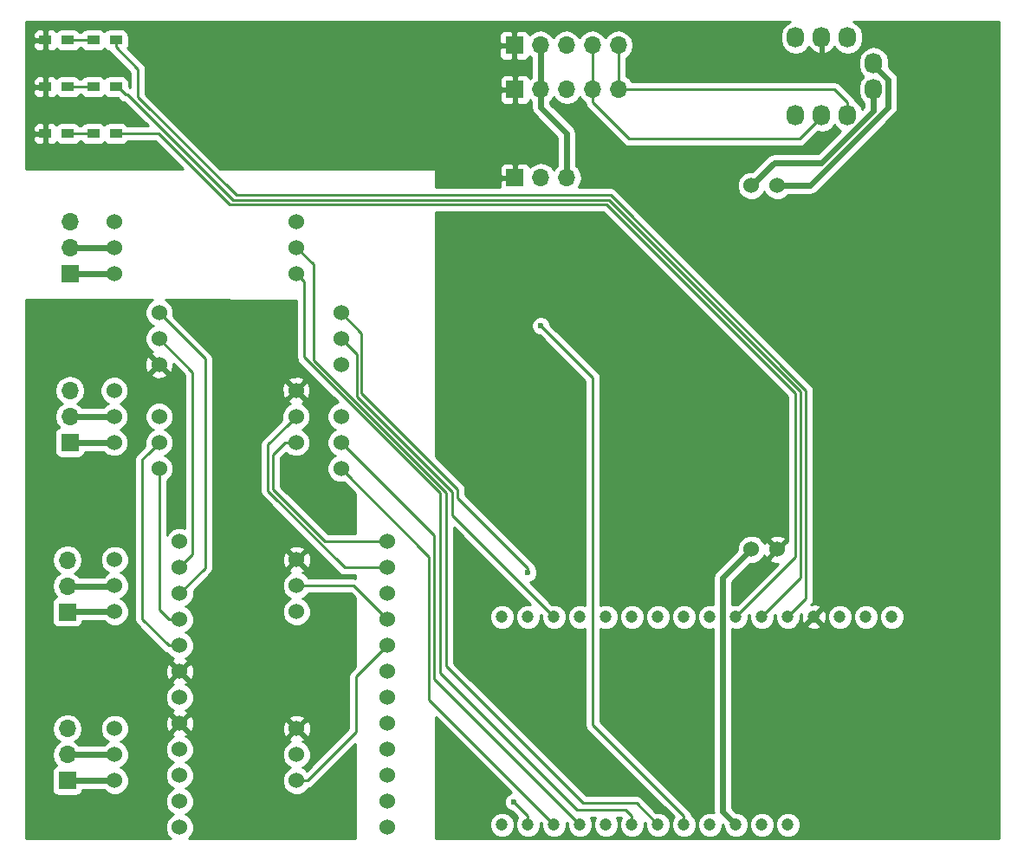
<source format=gbr>
G04 #@! TF.FileFunction,Copper,L1,Top,Signal*
%FSLAX46Y46*%
G04 Gerber Fmt 4.6, Leading zero omitted, Abs format (unit mm)*
G04 Created by KiCad (PCBNEW 4.0.5) date 03/23/17 16:30:41*
%MOMM*%
%LPD*%
G01*
G04 APERTURE LIST*
%ADD10C,0.100000*%
%ADD11C,1.524000*%
%ADD12C,1.200000*%
%ADD13R,1.200000X0.900000*%
%ADD14R,1.700000X1.700000*%
%ADD15O,1.700000X1.700000*%
%ADD16O,1.727200X2.032000*%
%ADD17C,0.600000*%
%ADD18C,0.587000*%
%ADD19C,0.250000*%
%ADD20C,0.254000*%
G04 APERTURE END LIST*
D10*
D11*
X189000000Y-105380000D03*
X189000000Y-102840000D03*
X189000000Y-100300000D03*
X189000000Y-110460000D03*
X189000000Y-113000000D03*
X189000000Y-115540000D03*
X171220000Y-100300000D03*
X171220000Y-102840000D03*
X171220000Y-105380000D03*
X171220000Y-110460000D03*
X171220000Y-113000000D03*
X171220000Y-115540000D03*
X184620000Y-113000000D03*
X184620000Y-110460000D03*
X184620000Y-107920000D03*
X166840000Y-113000000D03*
X166840000Y-110460000D03*
X166840000Y-107920000D03*
X184658000Y-129540000D03*
X184658000Y-127000000D03*
X184658000Y-124460000D03*
X166878000Y-129540000D03*
X166878000Y-127000000D03*
X166878000Y-124460000D03*
X184658000Y-146050000D03*
X184658000Y-143510000D03*
X184658000Y-140970000D03*
X166878000Y-146050000D03*
X166878000Y-143510000D03*
X166878000Y-140970000D03*
X184620000Y-96460000D03*
X184620000Y-93920000D03*
X184620000Y-91380000D03*
X166840000Y-96460000D03*
X166840000Y-93920000D03*
X166840000Y-91380000D03*
D12*
X242824000Y-130048000D03*
X240284000Y-130048000D03*
X237744000Y-130048000D03*
X235204000Y-130048000D03*
X232664000Y-150368000D03*
X232664000Y-130048000D03*
X230124000Y-150368000D03*
X230124000Y-130048000D03*
X227584000Y-150368000D03*
X227584000Y-130048000D03*
X225044000Y-150368000D03*
X225044000Y-130048000D03*
X222504000Y-150368000D03*
X222504000Y-130048000D03*
X219964000Y-150368000D03*
X219964000Y-130048000D03*
X217424000Y-150368000D03*
X217424000Y-130048000D03*
X214884000Y-150368000D03*
X214884000Y-130048000D03*
X212344000Y-150368000D03*
X212344000Y-130048000D03*
X209804000Y-150368000D03*
X209804000Y-130048000D03*
X207264000Y-150368000D03*
X207264000Y-130048000D03*
X204724000Y-150368000D03*
X204724000Y-130048000D03*
D13*
X160105390Y-73660000D03*
X162305390Y-73660000D03*
X160105390Y-78232000D03*
X162305390Y-78232000D03*
X160106000Y-82804000D03*
X162306000Y-82804000D03*
X167005390Y-73660000D03*
X164805390Y-73660000D03*
X167005390Y-78232000D03*
X164805390Y-78232000D03*
X167005000Y-82804000D03*
X164805000Y-82804000D03*
D11*
X229108000Y-87884000D03*
X231648000Y-87884000D03*
X231648000Y-123444000D03*
X229108000Y-123444000D03*
D14*
X205994000Y-78486000D03*
D15*
X208534000Y-78486000D03*
X211074000Y-78486000D03*
X213614000Y-78486000D03*
X216154000Y-78486000D03*
D14*
X205935915Y-74177492D03*
D15*
X208475915Y-74177492D03*
X211015915Y-74177492D03*
X213555915Y-74177492D03*
X216095915Y-74177492D03*
D14*
X205994000Y-87122000D03*
D15*
X208534000Y-87122000D03*
X211074000Y-87122000D03*
D16*
X238506000Y-81026000D03*
X235966000Y-81026000D03*
X233426000Y-81026000D03*
X241046000Y-78486000D03*
X241046000Y-75946000D03*
X238506000Y-73406000D03*
X235966000Y-73406000D03*
X233426000Y-73406000D03*
D14*
X162500000Y-113000000D03*
D15*
X162500000Y-110460000D03*
X162500000Y-107920000D03*
D14*
X162246000Y-129570000D03*
D15*
X162246000Y-127030000D03*
X162246000Y-124490000D03*
D14*
X162246000Y-146050000D03*
D15*
X162246000Y-143510000D03*
X162246000Y-140970000D03*
D14*
X162500000Y-96460000D03*
D15*
X162500000Y-93920000D03*
X162500000Y-91380000D03*
D11*
X173228000Y-122682000D03*
X173228000Y-125222000D03*
X173228000Y-127762000D03*
X173228000Y-130302000D03*
X173228000Y-132842000D03*
X173228000Y-135382000D03*
X173228000Y-137922000D03*
X173228000Y-140462000D03*
X173228000Y-143002000D03*
X173228000Y-145542000D03*
X173228000Y-148082000D03*
X193548000Y-148082000D03*
X193548000Y-145542000D03*
X193548000Y-143002000D03*
X193548000Y-140462000D03*
X193548000Y-137922000D03*
X193548000Y-135382000D03*
X193548000Y-122682000D03*
X193548000Y-125222000D03*
X193548000Y-127762000D03*
X193548000Y-130302000D03*
X193548000Y-132842000D03*
X173228000Y-150622000D03*
X193548000Y-150622000D03*
D17*
X160020000Y-75946000D03*
X160020000Y-80518000D03*
X207264000Y-125730000D03*
X205867000Y-148145500D03*
X208534000Y-101600000D03*
D18*
X162500000Y-113000000D02*
X166840000Y-113000000D01*
X162500000Y-110460000D02*
X166840000Y-110460000D01*
X166878000Y-129540000D02*
X162276000Y-129540000D01*
X162276000Y-129540000D02*
X162246000Y-129570000D01*
X162246000Y-127030000D02*
X166848000Y-127030000D01*
X166848000Y-127030000D02*
X166878000Y-127000000D01*
X166878000Y-146050000D02*
X162246000Y-146050000D01*
X162246000Y-143510000D02*
X166878000Y-143510000D01*
X166840000Y-96460000D02*
X162500000Y-96460000D01*
X162500000Y-93920000D02*
X166840000Y-93920000D01*
D19*
X160105390Y-78232000D02*
X160105390Y-80432610D01*
X160105390Y-80432610D02*
X160020000Y-80518000D01*
X160105390Y-73660000D02*
X160105390Y-75860610D01*
X160105390Y-75860610D02*
X160020000Y-75946000D01*
X160105390Y-78232000D02*
X160105390Y-76031390D01*
X160105390Y-76031390D02*
X160020000Y-75946000D01*
X160106000Y-82804000D02*
X160106000Y-80604000D01*
X160106000Y-80604000D02*
X160020000Y-80518000D01*
X199898000Y-117856000D02*
X199898000Y-120142000D01*
X209204001Y-129448001D02*
X209804000Y-130048000D01*
X190557989Y-108515989D02*
X199898000Y-117856000D01*
X199898000Y-120142000D02*
X209204001Y-129448001D01*
X190557989Y-104397989D02*
X190557989Y-108515989D01*
X189000000Y-102840000D02*
X190557989Y-104397989D01*
X191008000Y-108204000D02*
X191008000Y-102308000D01*
X191008000Y-102308000D02*
X189000000Y-100300000D01*
X200406000Y-117602000D02*
X191008000Y-108204000D01*
X200406000Y-118447736D02*
X200406000Y-117602000D01*
X207264000Y-125730000D02*
X207264000Y-125305736D01*
X207264000Y-125305736D02*
X200406000Y-118447736D01*
X198120000Y-136144000D02*
X198120000Y-122110500D01*
X189000000Y-113000000D02*
X189761999Y-113761999D01*
X189761999Y-113761999D02*
X189771499Y-113761999D01*
X189771499Y-113761999D02*
X198120000Y-122110500D01*
X212344000Y-150368000D02*
X198120000Y-136144000D01*
X209804000Y-150368000D02*
X197612000Y-138176000D01*
X197612000Y-138176000D02*
X197612000Y-124152000D01*
X197612000Y-124152000D02*
X189000000Y-115540000D01*
X175710009Y-125279991D02*
X175710009Y-104790009D01*
X171981999Y-101061999D02*
X171220000Y-100300000D01*
X175710009Y-104790009D02*
X171981999Y-101061999D01*
X173228000Y-127762000D02*
X175710009Y-125279991D01*
X174498000Y-123952000D02*
X174498000Y-106118000D01*
X174498000Y-106118000D02*
X171220000Y-102840000D01*
X173228000Y-125222000D02*
X174498000Y-123952000D01*
X173228000Y-132842000D02*
X172150370Y-132842000D01*
X172150370Y-132842000D02*
X169592999Y-130284629D01*
X169592999Y-130284629D02*
X169592999Y-114627001D01*
X169592999Y-114627001D02*
X170132999Y-114087001D01*
X170132999Y-114087001D02*
X171220000Y-113000000D01*
X171220000Y-129371630D02*
X171220000Y-116617630D01*
X171220000Y-116617630D02*
X171220000Y-115540000D01*
X173228000Y-130302000D02*
X172150370Y-130302000D01*
X172150370Y-130302000D02*
X171220000Y-129371630D01*
X182372000Y-117602000D02*
X187452000Y-122682000D01*
X187452000Y-122682000D02*
X193548000Y-122682000D01*
X182372000Y-114170370D02*
X182372000Y-117602000D01*
X184620000Y-113000000D02*
X183542370Y-113000000D01*
X183542370Y-113000000D02*
X182372000Y-114170370D01*
X183858001Y-111221999D02*
X184620000Y-110460000D01*
X181864000Y-117730411D02*
X181864000Y-113216000D01*
X189355589Y-125222000D02*
X181864000Y-117730411D01*
X193548000Y-125222000D02*
X189355589Y-125222000D01*
X181864000Y-113216000D02*
X183858001Y-111221999D01*
X184658000Y-127000000D02*
X190246000Y-127000000D01*
X190246000Y-127000000D02*
X193548000Y-130302000D01*
X190500000Y-141285630D02*
X190500000Y-135890000D01*
X190500000Y-135890000D02*
X193548000Y-132842000D01*
X184658000Y-146050000D02*
X185735630Y-146050000D01*
X185735630Y-146050000D02*
X190500000Y-141285630D01*
X217424000Y-150368000D02*
X217424000Y-149519472D01*
X217424000Y-149519472D02*
X216812028Y-148907500D01*
X216812028Y-148907500D02*
X212026500Y-148907500D01*
X212026500Y-148907500D02*
X198691500Y-135572500D01*
X198691500Y-117957501D02*
X185381999Y-104648000D01*
X198691500Y-135572500D02*
X198691500Y-117957501D01*
X185381999Y-104648000D02*
X185381999Y-97221999D01*
X185381999Y-97221999D02*
X184620000Y-96460000D01*
X219964000Y-150368000D02*
X217868500Y-148272500D01*
X217868500Y-148272500D02*
X212661500Y-148272500D01*
X212661500Y-148272500D02*
X199263000Y-134874000D01*
X186309000Y-104938591D02*
X186309000Y-95609000D01*
X199263000Y-134874000D02*
X199263000Y-117892591D01*
X186309000Y-95609000D02*
X184620000Y-93920000D01*
X199263000Y-117892591D02*
X186309000Y-104938591D01*
D18*
X211074000Y-87122000D02*
X211074000Y-82804000D01*
X211074000Y-82804000D02*
X208534000Y-80264000D01*
X208534000Y-80264000D02*
X208534000Y-78486000D01*
X208475915Y-74177492D02*
X208475915Y-78427915D01*
X208475915Y-78427915D02*
X208534000Y-78486000D01*
D19*
X235966000Y-81026000D02*
X235966000Y-81178400D01*
X235966000Y-81178400D02*
X233832400Y-83312000D01*
X233832400Y-83312000D02*
X217170000Y-83312000D01*
X217170000Y-83312000D02*
X213614000Y-79756000D01*
X213614000Y-79756000D02*
X213614000Y-78486000D01*
X213614000Y-78486000D02*
X213614000Y-74235577D01*
X213614000Y-74235577D02*
X213555915Y-74177492D01*
X205867000Y-148145500D02*
X207264000Y-149542500D01*
X207264000Y-149542500D02*
X207264000Y-150368000D01*
X216095915Y-74177492D02*
X216095915Y-78427915D01*
X216095915Y-78427915D02*
X216154000Y-78486000D01*
X238506000Y-81026000D02*
X238506000Y-79760000D01*
X238506000Y-79760000D02*
X237232000Y-78486000D01*
X237232000Y-78486000D02*
X217356081Y-78486000D01*
X217356081Y-78486000D02*
X216154000Y-78486000D01*
X162305390Y-73660000D02*
X164805390Y-73660000D01*
X162305390Y-78232000D02*
X163155390Y-78232000D01*
X163155390Y-78232000D02*
X164805390Y-78232000D01*
X162306000Y-82804000D02*
X164805000Y-82804000D01*
X233263999Y-129448001D02*
X232664000Y-130048000D01*
X178750966Y-88834966D02*
X215352787Y-88834966D01*
X167005390Y-73660000D02*
X167005390Y-74360000D01*
X169164000Y-76518610D02*
X169164000Y-79248000D01*
X215352787Y-88834966D02*
X234442000Y-107924179D01*
X169164000Y-79248000D02*
X178750966Y-88834966D01*
X167005390Y-74360000D02*
X169164000Y-76518610D01*
X234442000Y-107924179D02*
X234442000Y-128270000D01*
X234442000Y-128270000D02*
X233263999Y-129448001D01*
X168148000Y-78994000D02*
X167917390Y-78994000D01*
X167917390Y-78994000D02*
X167155390Y-78232000D01*
X171450000Y-82296000D02*
X168148000Y-78994000D01*
X167005390Y-78232000D02*
X167155390Y-78232000D01*
X215166388Y-89284977D02*
X233934000Y-108052589D01*
X230723999Y-129448001D02*
X230124000Y-130048000D01*
X233934000Y-126238000D02*
X230723999Y-129448001D01*
X171450000Y-82296000D02*
X178438977Y-89284977D01*
X233934000Y-108052589D02*
X233934000Y-126238000D01*
X178438977Y-89284977D02*
X215166388Y-89284977D01*
X228183999Y-129448001D02*
X227584000Y-130048000D01*
X233426000Y-124206000D02*
X228183999Y-129448001D01*
X233426000Y-108204000D02*
X233426000Y-124206000D01*
X214956988Y-89734988D02*
X233426000Y-108204000D01*
X178077767Y-89734988D02*
X214956988Y-89734988D01*
X167005000Y-82804000D02*
X171146779Y-82804000D01*
X171146779Y-82804000D02*
X178077767Y-89734988D01*
X213614000Y-140629472D02*
X213614000Y-106680000D01*
X213614000Y-106680000D02*
X208534000Y-101600000D01*
X222504000Y-150368000D02*
X222504000Y-149519472D01*
X222504000Y-149519472D02*
X213614000Y-140629472D01*
D18*
X226314000Y-126238000D02*
X226314000Y-149098000D01*
X226314000Y-149098000D02*
X227584000Y-150368000D01*
X229108000Y-123444000D02*
X226314000Y-126238000D01*
X235966000Y-85637643D02*
X241046000Y-80557643D01*
X229108000Y-87884000D02*
X231354357Y-85637643D01*
X231354357Y-85637643D02*
X235966000Y-85637643D01*
X241046000Y-80557643D02*
X241046000Y-80089000D01*
X241046000Y-80089000D02*
X241046000Y-78486000D01*
X234832644Y-87884000D02*
X231648000Y-87884000D01*
X234832644Y-87884000D02*
X242496600Y-80220044D01*
X242496600Y-80220044D02*
X242496600Y-77549000D01*
X242496600Y-77549000D02*
X241046000Y-76098400D01*
X241046000Y-76098400D02*
X241046000Y-75946000D01*
D20*
G36*
X170560930Y-99060766D02*
X170429697Y-99114990D01*
X170036371Y-99507630D01*
X169823243Y-100020900D01*
X169822758Y-100576661D01*
X170034990Y-101090303D01*
X170427630Y-101483629D01*
X170635512Y-101569949D01*
X170429697Y-101654990D01*
X170036371Y-102047630D01*
X169823243Y-102560900D01*
X169822758Y-103116661D01*
X170034990Y-103630303D01*
X170427630Y-104023629D01*
X170619727Y-104103395D01*
X170488857Y-104157603D01*
X170419392Y-104399787D01*
X171220000Y-105200395D01*
X171234143Y-105186253D01*
X171413748Y-105365858D01*
X171399605Y-105380000D01*
X172200213Y-106180608D01*
X172442397Y-106111143D01*
X172629144Y-105587698D01*
X172615247Y-105310049D01*
X173738000Y-106432802D01*
X173738000Y-121381121D01*
X173507100Y-121285243D01*
X172951339Y-121284758D01*
X172437697Y-121496990D01*
X172044371Y-121889630D01*
X171980000Y-122044653D01*
X171980000Y-116737531D01*
X172010303Y-116725010D01*
X172403629Y-116332370D01*
X172616757Y-115819100D01*
X172617242Y-115263339D01*
X172405010Y-114749697D01*
X172012370Y-114356371D01*
X171804488Y-114270051D01*
X172010303Y-114185010D01*
X172403629Y-113792370D01*
X172616757Y-113279100D01*
X172617242Y-112723339D01*
X172405010Y-112209697D01*
X172012370Y-111816371D01*
X171804488Y-111730051D01*
X172010303Y-111645010D01*
X172403629Y-111252370D01*
X172616757Y-110739100D01*
X172617242Y-110183339D01*
X172405010Y-109669697D01*
X172012370Y-109276371D01*
X171499100Y-109063243D01*
X170943339Y-109062758D01*
X170429697Y-109274990D01*
X170036371Y-109667630D01*
X169823243Y-110180900D01*
X169822758Y-110736661D01*
X170034990Y-111250303D01*
X170427630Y-111643629D01*
X170635512Y-111729949D01*
X170429697Y-111814990D01*
X170036371Y-112207630D01*
X169823243Y-112720900D01*
X169822758Y-113276661D01*
X169836143Y-113309055D01*
X169055598Y-114089600D01*
X168890851Y-114336162D01*
X168832999Y-114627001D01*
X168832999Y-130284629D01*
X168890851Y-130575468D01*
X169055598Y-130822030D01*
X171612969Y-133379401D01*
X171859531Y-133544148D01*
X172019732Y-133576014D01*
X172042990Y-133632303D01*
X172435630Y-134025629D01*
X172627727Y-134105395D01*
X172496857Y-134159603D01*
X172427392Y-134401787D01*
X173228000Y-135202395D01*
X174028608Y-134401787D01*
X173959143Y-134159603D01*
X173818682Y-134109491D01*
X174018303Y-134027010D01*
X174411629Y-133634370D01*
X174624757Y-133121100D01*
X174625242Y-132565339D01*
X174413010Y-132051697D01*
X174020370Y-131658371D01*
X173812488Y-131572051D01*
X174018303Y-131487010D01*
X174411629Y-131094370D01*
X174624757Y-130581100D01*
X174625242Y-130025339D01*
X174413010Y-129511697D01*
X174020370Y-129118371D01*
X173812488Y-129032051D01*
X174018303Y-128947010D01*
X174411629Y-128554370D01*
X174624757Y-128041100D01*
X174625242Y-127485339D01*
X174611857Y-127452945D01*
X176247410Y-125817392D01*
X176412157Y-125570830D01*
X176470009Y-125279991D01*
X176470009Y-124252302D01*
X183248856Y-124252302D01*
X183276638Y-124807368D01*
X183435603Y-125191143D01*
X183677787Y-125260608D01*
X184478395Y-124460000D01*
X184837605Y-124460000D01*
X185638213Y-125260608D01*
X185880397Y-125191143D01*
X186067144Y-124667698D01*
X186039362Y-124112632D01*
X185880397Y-123728857D01*
X185638213Y-123659392D01*
X184837605Y-124460000D01*
X184478395Y-124460000D01*
X183677787Y-123659392D01*
X183435603Y-123728857D01*
X183248856Y-124252302D01*
X176470009Y-124252302D01*
X176470009Y-123479787D01*
X183857392Y-123479787D01*
X184658000Y-124280395D01*
X185458608Y-123479787D01*
X185389143Y-123237603D01*
X184865698Y-123050856D01*
X184310632Y-123078638D01*
X183926857Y-123237603D01*
X183857392Y-123479787D01*
X176470009Y-123479787D01*
X176470009Y-107712302D01*
X183210856Y-107712302D01*
X183238638Y-108267368D01*
X183397603Y-108651143D01*
X183639787Y-108720608D01*
X184440395Y-107920000D01*
X184799605Y-107920000D01*
X185600213Y-108720608D01*
X185842397Y-108651143D01*
X186029144Y-108127698D01*
X186001362Y-107572632D01*
X185842397Y-107188857D01*
X185600213Y-107119392D01*
X184799605Y-107920000D01*
X184440395Y-107920000D01*
X183639787Y-107119392D01*
X183397603Y-107188857D01*
X183210856Y-107712302D01*
X176470009Y-107712302D01*
X176470009Y-106939787D01*
X183819392Y-106939787D01*
X184620000Y-107740395D01*
X185420608Y-106939787D01*
X185351143Y-106697603D01*
X184827698Y-106510856D01*
X184272632Y-106538638D01*
X183888857Y-106697603D01*
X183819392Y-106939787D01*
X176470009Y-106939787D01*
X176470009Y-104790009D01*
X176412157Y-104499170D01*
X176412157Y-104499169D01*
X176247410Y-104252608D01*
X172604183Y-100609381D01*
X172616757Y-100579100D01*
X172617242Y-100023339D01*
X172405010Y-99509697D01*
X172012370Y-99116371D01*
X171889083Y-99065178D01*
X184621999Y-99107475D01*
X184621999Y-104648000D01*
X184679851Y-104938839D01*
X184844598Y-105185401D01*
X188722360Y-109063163D01*
X188209697Y-109274990D01*
X187816371Y-109667630D01*
X187603243Y-110180900D01*
X187602758Y-110736661D01*
X187814990Y-111250303D01*
X188207630Y-111643629D01*
X188415512Y-111729949D01*
X188209697Y-111814990D01*
X187816371Y-112207630D01*
X187603243Y-112720900D01*
X187602758Y-113276661D01*
X187814990Y-113790303D01*
X188207630Y-114183629D01*
X188415512Y-114269949D01*
X188209697Y-114354990D01*
X187816371Y-114747630D01*
X187603243Y-115260900D01*
X187602758Y-115816661D01*
X187814990Y-116330303D01*
X188207630Y-116723629D01*
X188720900Y-116936757D01*
X189276661Y-116937242D01*
X189309055Y-116923857D01*
X190373000Y-117987802D01*
X190373000Y-121922000D01*
X187766802Y-121922000D01*
X183132000Y-117287198D01*
X183132000Y-114485172D01*
X183630758Y-113986414D01*
X183827630Y-114183629D01*
X184340900Y-114396757D01*
X184896661Y-114397242D01*
X185410303Y-114185010D01*
X185803629Y-113792370D01*
X186016757Y-113279100D01*
X186017242Y-112723339D01*
X185805010Y-112209697D01*
X185412370Y-111816371D01*
X185204488Y-111730051D01*
X185410303Y-111645010D01*
X185803629Y-111252370D01*
X186016757Y-110739100D01*
X186017242Y-110183339D01*
X185805010Y-109669697D01*
X185412370Y-109276371D01*
X185220273Y-109196605D01*
X185351143Y-109142397D01*
X185420608Y-108900213D01*
X184620000Y-108099605D01*
X183819392Y-108900213D01*
X183888857Y-109142397D01*
X184029318Y-109192509D01*
X183829697Y-109274990D01*
X183436371Y-109667630D01*
X183223243Y-110180900D01*
X183222758Y-110736661D01*
X183236143Y-110769055D01*
X181326599Y-112678599D01*
X181161852Y-112925161D01*
X181104000Y-113216000D01*
X181104000Y-117730411D01*
X181161852Y-118021250D01*
X181326599Y-118267812D01*
X188818188Y-125759401D01*
X189064750Y-125924148D01*
X189355589Y-125982000D01*
X190373000Y-125982000D01*
X190373000Y-126265262D01*
X190246000Y-126240000D01*
X185855531Y-126240000D01*
X185843010Y-126209697D01*
X185450370Y-125816371D01*
X185258273Y-125736605D01*
X185389143Y-125682397D01*
X185458608Y-125440213D01*
X184658000Y-124639605D01*
X183857392Y-125440213D01*
X183926857Y-125682397D01*
X184067318Y-125732509D01*
X183867697Y-125814990D01*
X183474371Y-126207630D01*
X183261243Y-126720900D01*
X183260758Y-127276661D01*
X183472990Y-127790303D01*
X183865630Y-128183629D01*
X184073512Y-128269949D01*
X183867697Y-128354990D01*
X183474371Y-128747630D01*
X183261243Y-129260900D01*
X183260758Y-129816661D01*
X183472990Y-130330303D01*
X183865630Y-130723629D01*
X184378900Y-130936757D01*
X184934661Y-130937242D01*
X185448303Y-130725010D01*
X185841629Y-130332370D01*
X186054757Y-129819100D01*
X186055242Y-129263339D01*
X185843010Y-128749697D01*
X185450370Y-128356371D01*
X185242488Y-128270051D01*
X185448303Y-128185010D01*
X185841629Y-127792370D01*
X185855070Y-127760000D01*
X189931198Y-127760000D01*
X190373000Y-128201802D01*
X190373000Y-134942198D01*
X189962599Y-135352599D01*
X189797852Y-135599161D01*
X189740000Y-135890000D01*
X189740000Y-140970828D01*
X185647242Y-145063586D01*
X185450370Y-144866371D01*
X185242488Y-144780051D01*
X185448303Y-144695010D01*
X185841629Y-144302370D01*
X186054757Y-143789100D01*
X186055242Y-143233339D01*
X185843010Y-142719697D01*
X185450370Y-142326371D01*
X185258273Y-142246605D01*
X185389143Y-142192397D01*
X185458608Y-141950213D01*
X184658000Y-141149605D01*
X183857392Y-141950213D01*
X183926857Y-142192397D01*
X184067318Y-142242509D01*
X183867697Y-142324990D01*
X183474371Y-142717630D01*
X183261243Y-143230900D01*
X183260758Y-143786661D01*
X183472990Y-144300303D01*
X183865630Y-144693629D01*
X184073512Y-144779949D01*
X183867697Y-144864990D01*
X183474371Y-145257630D01*
X183261243Y-145770900D01*
X183260758Y-146326661D01*
X183472990Y-146840303D01*
X183865630Y-147233629D01*
X184378900Y-147446757D01*
X184934661Y-147447242D01*
X185448303Y-147235010D01*
X185841629Y-146842370D01*
X185865824Y-146784103D01*
X186026469Y-146752148D01*
X186273031Y-146587401D01*
X190373000Y-142487432D01*
X190373000Y-151690000D01*
X174135517Y-151690000D01*
X174411629Y-151414370D01*
X174624757Y-150901100D01*
X174625242Y-150345339D01*
X174413010Y-149831697D01*
X174020370Y-149438371D01*
X173812488Y-149352051D01*
X174018303Y-149267010D01*
X174411629Y-148874370D01*
X174624757Y-148361100D01*
X174625242Y-147805339D01*
X174413010Y-147291697D01*
X174020370Y-146898371D01*
X173812488Y-146812051D01*
X174018303Y-146727010D01*
X174411629Y-146334370D01*
X174624757Y-145821100D01*
X174625242Y-145265339D01*
X174413010Y-144751697D01*
X174020370Y-144358371D01*
X173812488Y-144272051D01*
X174018303Y-144187010D01*
X174411629Y-143794370D01*
X174624757Y-143281100D01*
X174625242Y-142725339D01*
X174413010Y-142211697D01*
X174020370Y-141818371D01*
X173828273Y-141738605D01*
X173959143Y-141684397D01*
X174028608Y-141442213D01*
X173228000Y-140641605D01*
X172427392Y-141442213D01*
X172496857Y-141684397D01*
X172637318Y-141734509D01*
X172437697Y-141816990D01*
X172044371Y-142209630D01*
X171831243Y-142722900D01*
X171830758Y-143278661D01*
X172042990Y-143792303D01*
X172435630Y-144185629D01*
X172643512Y-144271949D01*
X172437697Y-144356990D01*
X172044371Y-144749630D01*
X171831243Y-145262900D01*
X171830758Y-145818661D01*
X172042990Y-146332303D01*
X172435630Y-146725629D01*
X172643512Y-146811949D01*
X172437697Y-146896990D01*
X172044371Y-147289630D01*
X171831243Y-147802900D01*
X171830758Y-148358661D01*
X172042990Y-148872303D01*
X172435630Y-149265629D01*
X172643512Y-149351949D01*
X172437697Y-149436990D01*
X172044371Y-149829630D01*
X171831243Y-150342900D01*
X171830758Y-150898661D01*
X172042990Y-151412303D01*
X172320203Y-151690000D01*
X158190000Y-151690000D01*
X158190000Y-140970000D01*
X160731907Y-140970000D01*
X160844946Y-141538285D01*
X161166853Y-142020054D01*
X161496026Y-142240000D01*
X161166853Y-142459946D01*
X160844946Y-142941715D01*
X160731907Y-143510000D01*
X160844946Y-144078285D01*
X161166853Y-144560054D01*
X161208452Y-144587850D01*
X161160683Y-144596838D01*
X160944559Y-144735910D01*
X160799569Y-144948110D01*
X160748560Y-145200000D01*
X160748560Y-146900000D01*
X160792838Y-147135317D01*
X160931910Y-147351441D01*
X161144110Y-147496431D01*
X161396000Y-147547440D01*
X163096000Y-147547440D01*
X163331317Y-147503162D01*
X163547441Y-147364090D01*
X163692431Y-147151890D01*
X163727543Y-146978500D01*
X165830946Y-146978500D01*
X166085630Y-147233629D01*
X166598900Y-147446757D01*
X167154661Y-147447242D01*
X167668303Y-147235010D01*
X168061629Y-146842370D01*
X168274757Y-146329100D01*
X168275242Y-145773339D01*
X168063010Y-145259697D01*
X167670370Y-144866371D01*
X167462488Y-144780051D01*
X167668303Y-144695010D01*
X168061629Y-144302370D01*
X168274757Y-143789100D01*
X168275242Y-143233339D01*
X168063010Y-142719697D01*
X167670370Y-142326371D01*
X167462488Y-142240051D01*
X167668303Y-142155010D01*
X168061629Y-141762370D01*
X168274757Y-141249100D01*
X168275242Y-140693339D01*
X168093837Y-140254302D01*
X171818856Y-140254302D01*
X171846638Y-140809368D01*
X172005603Y-141193143D01*
X172247787Y-141262608D01*
X173048395Y-140462000D01*
X173407605Y-140462000D01*
X174208213Y-141262608D01*
X174450397Y-141193143D01*
X174604106Y-140762302D01*
X183248856Y-140762302D01*
X183276638Y-141317368D01*
X183435603Y-141701143D01*
X183677787Y-141770608D01*
X184478395Y-140970000D01*
X184837605Y-140970000D01*
X185638213Y-141770608D01*
X185880397Y-141701143D01*
X186067144Y-141177698D01*
X186039362Y-140622632D01*
X185880397Y-140238857D01*
X185638213Y-140169392D01*
X184837605Y-140970000D01*
X184478395Y-140970000D01*
X183677787Y-140169392D01*
X183435603Y-140238857D01*
X183248856Y-140762302D01*
X174604106Y-140762302D01*
X174637144Y-140669698D01*
X174609362Y-140114632D01*
X174557650Y-139989787D01*
X183857392Y-139989787D01*
X184658000Y-140790395D01*
X185458608Y-139989787D01*
X185389143Y-139747603D01*
X184865698Y-139560856D01*
X184310632Y-139588638D01*
X183926857Y-139747603D01*
X183857392Y-139989787D01*
X174557650Y-139989787D01*
X174450397Y-139730857D01*
X174208213Y-139661392D01*
X173407605Y-140462000D01*
X173048395Y-140462000D01*
X172247787Y-139661392D01*
X172005603Y-139730857D01*
X171818856Y-140254302D01*
X168093837Y-140254302D01*
X168063010Y-140179697D01*
X167670370Y-139786371D01*
X167157100Y-139573243D01*
X166601339Y-139572758D01*
X166087697Y-139784990D01*
X165694371Y-140177630D01*
X165481243Y-140690900D01*
X165480758Y-141246661D01*
X165692990Y-141760303D01*
X166085630Y-142153629D01*
X166293512Y-142239949D01*
X166087697Y-142324990D01*
X165830739Y-142581500D01*
X163406367Y-142581500D01*
X163325147Y-142459946D01*
X162995974Y-142240000D01*
X163325147Y-142020054D01*
X163647054Y-141538285D01*
X163760093Y-140970000D01*
X163647054Y-140401715D01*
X163325147Y-139919946D01*
X162843378Y-139598039D01*
X162275093Y-139485000D01*
X162216907Y-139485000D01*
X161648622Y-139598039D01*
X161166853Y-139919946D01*
X160844946Y-140401715D01*
X160731907Y-140970000D01*
X158190000Y-140970000D01*
X158190000Y-138198661D01*
X171830758Y-138198661D01*
X172042990Y-138712303D01*
X172435630Y-139105629D01*
X172627727Y-139185395D01*
X172496857Y-139239603D01*
X172427392Y-139481787D01*
X173228000Y-140282395D01*
X174028608Y-139481787D01*
X173959143Y-139239603D01*
X173818682Y-139189491D01*
X174018303Y-139107010D01*
X174411629Y-138714370D01*
X174624757Y-138201100D01*
X174625242Y-137645339D01*
X174413010Y-137131697D01*
X174020370Y-136738371D01*
X173828273Y-136658605D01*
X173959143Y-136604397D01*
X174028608Y-136362213D01*
X173228000Y-135561605D01*
X172427392Y-136362213D01*
X172496857Y-136604397D01*
X172637318Y-136654509D01*
X172437697Y-136736990D01*
X172044371Y-137129630D01*
X171831243Y-137642900D01*
X171830758Y-138198661D01*
X158190000Y-138198661D01*
X158190000Y-135174302D01*
X171818856Y-135174302D01*
X171846638Y-135729368D01*
X172005603Y-136113143D01*
X172247787Y-136182608D01*
X173048395Y-135382000D01*
X173407605Y-135382000D01*
X174208213Y-136182608D01*
X174450397Y-136113143D01*
X174637144Y-135589698D01*
X174609362Y-135034632D01*
X174450397Y-134650857D01*
X174208213Y-134581392D01*
X173407605Y-135382000D01*
X173048395Y-135382000D01*
X172247787Y-134581392D01*
X172005603Y-134650857D01*
X171818856Y-135174302D01*
X158190000Y-135174302D01*
X158190000Y-124490000D01*
X160731907Y-124490000D01*
X160844946Y-125058285D01*
X161166853Y-125540054D01*
X161496026Y-125760000D01*
X161166853Y-125979946D01*
X160844946Y-126461715D01*
X160731907Y-127030000D01*
X160844946Y-127598285D01*
X161166853Y-128080054D01*
X161208452Y-128107850D01*
X161160683Y-128116838D01*
X160944559Y-128255910D01*
X160799569Y-128468110D01*
X160748560Y-128720000D01*
X160748560Y-130420000D01*
X160792838Y-130655317D01*
X160931910Y-130871441D01*
X161144110Y-131016431D01*
X161396000Y-131067440D01*
X163096000Y-131067440D01*
X163331317Y-131023162D01*
X163547441Y-130884090D01*
X163692431Y-130671890D01*
X163733619Y-130468500D01*
X165830946Y-130468500D01*
X166085630Y-130723629D01*
X166598900Y-130936757D01*
X167154661Y-130937242D01*
X167668303Y-130725010D01*
X168061629Y-130332370D01*
X168274757Y-129819100D01*
X168275242Y-129263339D01*
X168063010Y-128749697D01*
X167670370Y-128356371D01*
X167462488Y-128270051D01*
X167668303Y-128185010D01*
X168061629Y-127792370D01*
X168274757Y-127279100D01*
X168275242Y-126723339D01*
X168063010Y-126209697D01*
X167670370Y-125816371D01*
X167462488Y-125730051D01*
X167668303Y-125645010D01*
X168061629Y-125252370D01*
X168274757Y-124739100D01*
X168275242Y-124183339D01*
X168063010Y-123669697D01*
X167670370Y-123276371D01*
X167157100Y-123063243D01*
X166601339Y-123062758D01*
X166087697Y-123274990D01*
X165694371Y-123667630D01*
X165481243Y-124180900D01*
X165480758Y-124736661D01*
X165692990Y-125250303D01*
X166085630Y-125643629D01*
X166293512Y-125729949D01*
X166087697Y-125814990D01*
X165800686Y-126101500D01*
X163406367Y-126101500D01*
X163325147Y-125979946D01*
X162995974Y-125760000D01*
X163325147Y-125540054D01*
X163647054Y-125058285D01*
X163760093Y-124490000D01*
X163647054Y-123921715D01*
X163325147Y-123439946D01*
X162843378Y-123118039D01*
X162275093Y-123005000D01*
X162216907Y-123005000D01*
X161648622Y-123118039D01*
X161166853Y-123439946D01*
X160844946Y-123921715D01*
X160731907Y-124490000D01*
X158190000Y-124490000D01*
X158190000Y-107920000D01*
X160985907Y-107920000D01*
X161098946Y-108488285D01*
X161420853Y-108970054D01*
X161750026Y-109190000D01*
X161420853Y-109409946D01*
X161098946Y-109891715D01*
X160985907Y-110460000D01*
X161098946Y-111028285D01*
X161420853Y-111510054D01*
X161462452Y-111537850D01*
X161414683Y-111546838D01*
X161198559Y-111685910D01*
X161053569Y-111898110D01*
X161002560Y-112150000D01*
X161002560Y-113850000D01*
X161046838Y-114085317D01*
X161185910Y-114301441D01*
X161398110Y-114446431D01*
X161650000Y-114497440D01*
X163350000Y-114497440D01*
X163585317Y-114453162D01*
X163801441Y-114314090D01*
X163946431Y-114101890D01*
X163981543Y-113928500D01*
X165792946Y-113928500D01*
X166047630Y-114183629D01*
X166560900Y-114396757D01*
X167116661Y-114397242D01*
X167630303Y-114185010D01*
X168023629Y-113792370D01*
X168236757Y-113279100D01*
X168237242Y-112723339D01*
X168025010Y-112209697D01*
X167632370Y-111816371D01*
X167424488Y-111730051D01*
X167630303Y-111645010D01*
X168023629Y-111252370D01*
X168236757Y-110739100D01*
X168237242Y-110183339D01*
X168025010Y-109669697D01*
X167632370Y-109276371D01*
X167424488Y-109190051D01*
X167630303Y-109105010D01*
X168023629Y-108712370D01*
X168236757Y-108199100D01*
X168237242Y-107643339D01*
X168025010Y-107129697D01*
X167632370Y-106736371D01*
X167119100Y-106523243D01*
X166563339Y-106522758D01*
X166049697Y-106734990D01*
X165656371Y-107127630D01*
X165443243Y-107640900D01*
X165442758Y-108196661D01*
X165654990Y-108710303D01*
X166047630Y-109103629D01*
X166255512Y-109189949D01*
X166049697Y-109274990D01*
X165792739Y-109531500D01*
X163660367Y-109531500D01*
X163579147Y-109409946D01*
X163249974Y-109190000D01*
X163579147Y-108970054D01*
X163901054Y-108488285D01*
X164014093Y-107920000D01*
X163901054Y-107351715D01*
X163579147Y-106869946D01*
X163097378Y-106548039D01*
X162529093Y-106435000D01*
X162470907Y-106435000D01*
X161902622Y-106548039D01*
X161420853Y-106869946D01*
X161098946Y-107351715D01*
X160985907Y-107920000D01*
X158190000Y-107920000D01*
X158190000Y-106360213D01*
X170419392Y-106360213D01*
X170488857Y-106602397D01*
X171012302Y-106789144D01*
X171567368Y-106761362D01*
X171951143Y-106602397D01*
X172020608Y-106360213D01*
X171220000Y-105559605D01*
X170419392Y-106360213D01*
X158190000Y-106360213D01*
X158190000Y-105172302D01*
X169810856Y-105172302D01*
X169838638Y-105727368D01*
X169997603Y-106111143D01*
X170239787Y-106180608D01*
X171040395Y-105380000D01*
X170239787Y-104579392D01*
X169997603Y-104648857D01*
X169810856Y-105172302D01*
X158190000Y-105172302D01*
X158190000Y-99019671D01*
X170560930Y-99060766D01*
X170560930Y-99060766D01*
G37*
X170560930Y-99060766D02*
X170429697Y-99114990D01*
X170036371Y-99507630D01*
X169823243Y-100020900D01*
X169822758Y-100576661D01*
X170034990Y-101090303D01*
X170427630Y-101483629D01*
X170635512Y-101569949D01*
X170429697Y-101654990D01*
X170036371Y-102047630D01*
X169823243Y-102560900D01*
X169822758Y-103116661D01*
X170034990Y-103630303D01*
X170427630Y-104023629D01*
X170619727Y-104103395D01*
X170488857Y-104157603D01*
X170419392Y-104399787D01*
X171220000Y-105200395D01*
X171234143Y-105186253D01*
X171413748Y-105365858D01*
X171399605Y-105380000D01*
X172200213Y-106180608D01*
X172442397Y-106111143D01*
X172629144Y-105587698D01*
X172615247Y-105310049D01*
X173738000Y-106432802D01*
X173738000Y-121381121D01*
X173507100Y-121285243D01*
X172951339Y-121284758D01*
X172437697Y-121496990D01*
X172044371Y-121889630D01*
X171980000Y-122044653D01*
X171980000Y-116737531D01*
X172010303Y-116725010D01*
X172403629Y-116332370D01*
X172616757Y-115819100D01*
X172617242Y-115263339D01*
X172405010Y-114749697D01*
X172012370Y-114356371D01*
X171804488Y-114270051D01*
X172010303Y-114185010D01*
X172403629Y-113792370D01*
X172616757Y-113279100D01*
X172617242Y-112723339D01*
X172405010Y-112209697D01*
X172012370Y-111816371D01*
X171804488Y-111730051D01*
X172010303Y-111645010D01*
X172403629Y-111252370D01*
X172616757Y-110739100D01*
X172617242Y-110183339D01*
X172405010Y-109669697D01*
X172012370Y-109276371D01*
X171499100Y-109063243D01*
X170943339Y-109062758D01*
X170429697Y-109274990D01*
X170036371Y-109667630D01*
X169823243Y-110180900D01*
X169822758Y-110736661D01*
X170034990Y-111250303D01*
X170427630Y-111643629D01*
X170635512Y-111729949D01*
X170429697Y-111814990D01*
X170036371Y-112207630D01*
X169823243Y-112720900D01*
X169822758Y-113276661D01*
X169836143Y-113309055D01*
X169055598Y-114089600D01*
X168890851Y-114336162D01*
X168832999Y-114627001D01*
X168832999Y-130284629D01*
X168890851Y-130575468D01*
X169055598Y-130822030D01*
X171612969Y-133379401D01*
X171859531Y-133544148D01*
X172019732Y-133576014D01*
X172042990Y-133632303D01*
X172435630Y-134025629D01*
X172627727Y-134105395D01*
X172496857Y-134159603D01*
X172427392Y-134401787D01*
X173228000Y-135202395D01*
X174028608Y-134401787D01*
X173959143Y-134159603D01*
X173818682Y-134109491D01*
X174018303Y-134027010D01*
X174411629Y-133634370D01*
X174624757Y-133121100D01*
X174625242Y-132565339D01*
X174413010Y-132051697D01*
X174020370Y-131658371D01*
X173812488Y-131572051D01*
X174018303Y-131487010D01*
X174411629Y-131094370D01*
X174624757Y-130581100D01*
X174625242Y-130025339D01*
X174413010Y-129511697D01*
X174020370Y-129118371D01*
X173812488Y-129032051D01*
X174018303Y-128947010D01*
X174411629Y-128554370D01*
X174624757Y-128041100D01*
X174625242Y-127485339D01*
X174611857Y-127452945D01*
X176247410Y-125817392D01*
X176412157Y-125570830D01*
X176470009Y-125279991D01*
X176470009Y-124252302D01*
X183248856Y-124252302D01*
X183276638Y-124807368D01*
X183435603Y-125191143D01*
X183677787Y-125260608D01*
X184478395Y-124460000D01*
X184837605Y-124460000D01*
X185638213Y-125260608D01*
X185880397Y-125191143D01*
X186067144Y-124667698D01*
X186039362Y-124112632D01*
X185880397Y-123728857D01*
X185638213Y-123659392D01*
X184837605Y-124460000D01*
X184478395Y-124460000D01*
X183677787Y-123659392D01*
X183435603Y-123728857D01*
X183248856Y-124252302D01*
X176470009Y-124252302D01*
X176470009Y-123479787D01*
X183857392Y-123479787D01*
X184658000Y-124280395D01*
X185458608Y-123479787D01*
X185389143Y-123237603D01*
X184865698Y-123050856D01*
X184310632Y-123078638D01*
X183926857Y-123237603D01*
X183857392Y-123479787D01*
X176470009Y-123479787D01*
X176470009Y-107712302D01*
X183210856Y-107712302D01*
X183238638Y-108267368D01*
X183397603Y-108651143D01*
X183639787Y-108720608D01*
X184440395Y-107920000D01*
X184799605Y-107920000D01*
X185600213Y-108720608D01*
X185842397Y-108651143D01*
X186029144Y-108127698D01*
X186001362Y-107572632D01*
X185842397Y-107188857D01*
X185600213Y-107119392D01*
X184799605Y-107920000D01*
X184440395Y-107920000D01*
X183639787Y-107119392D01*
X183397603Y-107188857D01*
X183210856Y-107712302D01*
X176470009Y-107712302D01*
X176470009Y-106939787D01*
X183819392Y-106939787D01*
X184620000Y-107740395D01*
X185420608Y-106939787D01*
X185351143Y-106697603D01*
X184827698Y-106510856D01*
X184272632Y-106538638D01*
X183888857Y-106697603D01*
X183819392Y-106939787D01*
X176470009Y-106939787D01*
X176470009Y-104790009D01*
X176412157Y-104499170D01*
X176412157Y-104499169D01*
X176247410Y-104252608D01*
X172604183Y-100609381D01*
X172616757Y-100579100D01*
X172617242Y-100023339D01*
X172405010Y-99509697D01*
X172012370Y-99116371D01*
X171889083Y-99065178D01*
X184621999Y-99107475D01*
X184621999Y-104648000D01*
X184679851Y-104938839D01*
X184844598Y-105185401D01*
X188722360Y-109063163D01*
X188209697Y-109274990D01*
X187816371Y-109667630D01*
X187603243Y-110180900D01*
X187602758Y-110736661D01*
X187814990Y-111250303D01*
X188207630Y-111643629D01*
X188415512Y-111729949D01*
X188209697Y-111814990D01*
X187816371Y-112207630D01*
X187603243Y-112720900D01*
X187602758Y-113276661D01*
X187814990Y-113790303D01*
X188207630Y-114183629D01*
X188415512Y-114269949D01*
X188209697Y-114354990D01*
X187816371Y-114747630D01*
X187603243Y-115260900D01*
X187602758Y-115816661D01*
X187814990Y-116330303D01*
X188207630Y-116723629D01*
X188720900Y-116936757D01*
X189276661Y-116937242D01*
X189309055Y-116923857D01*
X190373000Y-117987802D01*
X190373000Y-121922000D01*
X187766802Y-121922000D01*
X183132000Y-117287198D01*
X183132000Y-114485172D01*
X183630758Y-113986414D01*
X183827630Y-114183629D01*
X184340900Y-114396757D01*
X184896661Y-114397242D01*
X185410303Y-114185010D01*
X185803629Y-113792370D01*
X186016757Y-113279100D01*
X186017242Y-112723339D01*
X185805010Y-112209697D01*
X185412370Y-111816371D01*
X185204488Y-111730051D01*
X185410303Y-111645010D01*
X185803629Y-111252370D01*
X186016757Y-110739100D01*
X186017242Y-110183339D01*
X185805010Y-109669697D01*
X185412370Y-109276371D01*
X185220273Y-109196605D01*
X185351143Y-109142397D01*
X185420608Y-108900213D01*
X184620000Y-108099605D01*
X183819392Y-108900213D01*
X183888857Y-109142397D01*
X184029318Y-109192509D01*
X183829697Y-109274990D01*
X183436371Y-109667630D01*
X183223243Y-110180900D01*
X183222758Y-110736661D01*
X183236143Y-110769055D01*
X181326599Y-112678599D01*
X181161852Y-112925161D01*
X181104000Y-113216000D01*
X181104000Y-117730411D01*
X181161852Y-118021250D01*
X181326599Y-118267812D01*
X188818188Y-125759401D01*
X189064750Y-125924148D01*
X189355589Y-125982000D01*
X190373000Y-125982000D01*
X190373000Y-126265262D01*
X190246000Y-126240000D01*
X185855531Y-126240000D01*
X185843010Y-126209697D01*
X185450370Y-125816371D01*
X185258273Y-125736605D01*
X185389143Y-125682397D01*
X185458608Y-125440213D01*
X184658000Y-124639605D01*
X183857392Y-125440213D01*
X183926857Y-125682397D01*
X184067318Y-125732509D01*
X183867697Y-125814990D01*
X183474371Y-126207630D01*
X183261243Y-126720900D01*
X183260758Y-127276661D01*
X183472990Y-127790303D01*
X183865630Y-128183629D01*
X184073512Y-128269949D01*
X183867697Y-128354990D01*
X183474371Y-128747630D01*
X183261243Y-129260900D01*
X183260758Y-129816661D01*
X183472990Y-130330303D01*
X183865630Y-130723629D01*
X184378900Y-130936757D01*
X184934661Y-130937242D01*
X185448303Y-130725010D01*
X185841629Y-130332370D01*
X186054757Y-129819100D01*
X186055242Y-129263339D01*
X185843010Y-128749697D01*
X185450370Y-128356371D01*
X185242488Y-128270051D01*
X185448303Y-128185010D01*
X185841629Y-127792370D01*
X185855070Y-127760000D01*
X189931198Y-127760000D01*
X190373000Y-128201802D01*
X190373000Y-134942198D01*
X189962599Y-135352599D01*
X189797852Y-135599161D01*
X189740000Y-135890000D01*
X189740000Y-140970828D01*
X185647242Y-145063586D01*
X185450370Y-144866371D01*
X185242488Y-144780051D01*
X185448303Y-144695010D01*
X185841629Y-144302370D01*
X186054757Y-143789100D01*
X186055242Y-143233339D01*
X185843010Y-142719697D01*
X185450370Y-142326371D01*
X185258273Y-142246605D01*
X185389143Y-142192397D01*
X185458608Y-141950213D01*
X184658000Y-141149605D01*
X183857392Y-141950213D01*
X183926857Y-142192397D01*
X184067318Y-142242509D01*
X183867697Y-142324990D01*
X183474371Y-142717630D01*
X183261243Y-143230900D01*
X183260758Y-143786661D01*
X183472990Y-144300303D01*
X183865630Y-144693629D01*
X184073512Y-144779949D01*
X183867697Y-144864990D01*
X183474371Y-145257630D01*
X183261243Y-145770900D01*
X183260758Y-146326661D01*
X183472990Y-146840303D01*
X183865630Y-147233629D01*
X184378900Y-147446757D01*
X184934661Y-147447242D01*
X185448303Y-147235010D01*
X185841629Y-146842370D01*
X185865824Y-146784103D01*
X186026469Y-146752148D01*
X186273031Y-146587401D01*
X190373000Y-142487432D01*
X190373000Y-151690000D01*
X174135517Y-151690000D01*
X174411629Y-151414370D01*
X174624757Y-150901100D01*
X174625242Y-150345339D01*
X174413010Y-149831697D01*
X174020370Y-149438371D01*
X173812488Y-149352051D01*
X174018303Y-149267010D01*
X174411629Y-148874370D01*
X174624757Y-148361100D01*
X174625242Y-147805339D01*
X174413010Y-147291697D01*
X174020370Y-146898371D01*
X173812488Y-146812051D01*
X174018303Y-146727010D01*
X174411629Y-146334370D01*
X174624757Y-145821100D01*
X174625242Y-145265339D01*
X174413010Y-144751697D01*
X174020370Y-144358371D01*
X173812488Y-144272051D01*
X174018303Y-144187010D01*
X174411629Y-143794370D01*
X174624757Y-143281100D01*
X174625242Y-142725339D01*
X174413010Y-142211697D01*
X174020370Y-141818371D01*
X173828273Y-141738605D01*
X173959143Y-141684397D01*
X174028608Y-141442213D01*
X173228000Y-140641605D01*
X172427392Y-141442213D01*
X172496857Y-141684397D01*
X172637318Y-141734509D01*
X172437697Y-141816990D01*
X172044371Y-142209630D01*
X171831243Y-142722900D01*
X171830758Y-143278661D01*
X172042990Y-143792303D01*
X172435630Y-144185629D01*
X172643512Y-144271949D01*
X172437697Y-144356990D01*
X172044371Y-144749630D01*
X171831243Y-145262900D01*
X171830758Y-145818661D01*
X172042990Y-146332303D01*
X172435630Y-146725629D01*
X172643512Y-146811949D01*
X172437697Y-146896990D01*
X172044371Y-147289630D01*
X171831243Y-147802900D01*
X171830758Y-148358661D01*
X172042990Y-148872303D01*
X172435630Y-149265629D01*
X172643512Y-149351949D01*
X172437697Y-149436990D01*
X172044371Y-149829630D01*
X171831243Y-150342900D01*
X171830758Y-150898661D01*
X172042990Y-151412303D01*
X172320203Y-151690000D01*
X158190000Y-151690000D01*
X158190000Y-140970000D01*
X160731907Y-140970000D01*
X160844946Y-141538285D01*
X161166853Y-142020054D01*
X161496026Y-142240000D01*
X161166853Y-142459946D01*
X160844946Y-142941715D01*
X160731907Y-143510000D01*
X160844946Y-144078285D01*
X161166853Y-144560054D01*
X161208452Y-144587850D01*
X161160683Y-144596838D01*
X160944559Y-144735910D01*
X160799569Y-144948110D01*
X160748560Y-145200000D01*
X160748560Y-146900000D01*
X160792838Y-147135317D01*
X160931910Y-147351441D01*
X161144110Y-147496431D01*
X161396000Y-147547440D01*
X163096000Y-147547440D01*
X163331317Y-147503162D01*
X163547441Y-147364090D01*
X163692431Y-147151890D01*
X163727543Y-146978500D01*
X165830946Y-146978500D01*
X166085630Y-147233629D01*
X166598900Y-147446757D01*
X167154661Y-147447242D01*
X167668303Y-147235010D01*
X168061629Y-146842370D01*
X168274757Y-146329100D01*
X168275242Y-145773339D01*
X168063010Y-145259697D01*
X167670370Y-144866371D01*
X167462488Y-144780051D01*
X167668303Y-144695010D01*
X168061629Y-144302370D01*
X168274757Y-143789100D01*
X168275242Y-143233339D01*
X168063010Y-142719697D01*
X167670370Y-142326371D01*
X167462488Y-142240051D01*
X167668303Y-142155010D01*
X168061629Y-141762370D01*
X168274757Y-141249100D01*
X168275242Y-140693339D01*
X168093837Y-140254302D01*
X171818856Y-140254302D01*
X171846638Y-140809368D01*
X172005603Y-141193143D01*
X172247787Y-141262608D01*
X173048395Y-140462000D01*
X173407605Y-140462000D01*
X174208213Y-141262608D01*
X174450397Y-141193143D01*
X174604106Y-140762302D01*
X183248856Y-140762302D01*
X183276638Y-141317368D01*
X183435603Y-141701143D01*
X183677787Y-141770608D01*
X184478395Y-140970000D01*
X184837605Y-140970000D01*
X185638213Y-141770608D01*
X185880397Y-141701143D01*
X186067144Y-141177698D01*
X186039362Y-140622632D01*
X185880397Y-140238857D01*
X185638213Y-140169392D01*
X184837605Y-140970000D01*
X184478395Y-140970000D01*
X183677787Y-140169392D01*
X183435603Y-140238857D01*
X183248856Y-140762302D01*
X174604106Y-140762302D01*
X174637144Y-140669698D01*
X174609362Y-140114632D01*
X174557650Y-139989787D01*
X183857392Y-139989787D01*
X184658000Y-140790395D01*
X185458608Y-139989787D01*
X185389143Y-139747603D01*
X184865698Y-139560856D01*
X184310632Y-139588638D01*
X183926857Y-139747603D01*
X183857392Y-139989787D01*
X174557650Y-139989787D01*
X174450397Y-139730857D01*
X174208213Y-139661392D01*
X173407605Y-140462000D01*
X173048395Y-140462000D01*
X172247787Y-139661392D01*
X172005603Y-139730857D01*
X171818856Y-140254302D01*
X168093837Y-140254302D01*
X168063010Y-140179697D01*
X167670370Y-139786371D01*
X167157100Y-139573243D01*
X166601339Y-139572758D01*
X166087697Y-139784990D01*
X165694371Y-140177630D01*
X165481243Y-140690900D01*
X165480758Y-141246661D01*
X165692990Y-141760303D01*
X166085630Y-142153629D01*
X166293512Y-142239949D01*
X166087697Y-142324990D01*
X165830739Y-142581500D01*
X163406367Y-142581500D01*
X163325147Y-142459946D01*
X162995974Y-142240000D01*
X163325147Y-142020054D01*
X163647054Y-141538285D01*
X163760093Y-140970000D01*
X163647054Y-140401715D01*
X163325147Y-139919946D01*
X162843378Y-139598039D01*
X162275093Y-139485000D01*
X162216907Y-139485000D01*
X161648622Y-139598039D01*
X161166853Y-139919946D01*
X160844946Y-140401715D01*
X160731907Y-140970000D01*
X158190000Y-140970000D01*
X158190000Y-138198661D01*
X171830758Y-138198661D01*
X172042990Y-138712303D01*
X172435630Y-139105629D01*
X172627727Y-139185395D01*
X172496857Y-139239603D01*
X172427392Y-139481787D01*
X173228000Y-140282395D01*
X174028608Y-139481787D01*
X173959143Y-139239603D01*
X173818682Y-139189491D01*
X174018303Y-139107010D01*
X174411629Y-138714370D01*
X174624757Y-138201100D01*
X174625242Y-137645339D01*
X174413010Y-137131697D01*
X174020370Y-136738371D01*
X173828273Y-136658605D01*
X173959143Y-136604397D01*
X174028608Y-136362213D01*
X173228000Y-135561605D01*
X172427392Y-136362213D01*
X172496857Y-136604397D01*
X172637318Y-136654509D01*
X172437697Y-136736990D01*
X172044371Y-137129630D01*
X171831243Y-137642900D01*
X171830758Y-138198661D01*
X158190000Y-138198661D01*
X158190000Y-135174302D01*
X171818856Y-135174302D01*
X171846638Y-135729368D01*
X172005603Y-136113143D01*
X172247787Y-136182608D01*
X173048395Y-135382000D01*
X173407605Y-135382000D01*
X174208213Y-136182608D01*
X174450397Y-136113143D01*
X174637144Y-135589698D01*
X174609362Y-135034632D01*
X174450397Y-134650857D01*
X174208213Y-134581392D01*
X173407605Y-135382000D01*
X173048395Y-135382000D01*
X172247787Y-134581392D01*
X172005603Y-134650857D01*
X171818856Y-135174302D01*
X158190000Y-135174302D01*
X158190000Y-124490000D01*
X160731907Y-124490000D01*
X160844946Y-125058285D01*
X161166853Y-125540054D01*
X161496026Y-125760000D01*
X161166853Y-125979946D01*
X160844946Y-126461715D01*
X160731907Y-127030000D01*
X160844946Y-127598285D01*
X161166853Y-128080054D01*
X161208452Y-128107850D01*
X161160683Y-128116838D01*
X160944559Y-128255910D01*
X160799569Y-128468110D01*
X160748560Y-128720000D01*
X160748560Y-130420000D01*
X160792838Y-130655317D01*
X160931910Y-130871441D01*
X161144110Y-131016431D01*
X161396000Y-131067440D01*
X163096000Y-131067440D01*
X163331317Y-131023162D01*
X163547441Y-130884090D01*
X163692431Y-130671890D01*
X163733619Y-130468500D01*
X165830946Y-130468500D01*
X166085630Y-130723629D01*
X166598900Y-130936757D01*
X167154661Y-130937242D01*
X167668303Y-130725010D01*
X168061629Y-130332370D01*
X168274757Y-129819100D01*
X168275242Y-129263339D01*
X168063010Y-128749697D01*
X167670370Y-128356371D01*
X167462488Y-128270051D01*
X167668303Y-128185010D01*
X168061629Y-127792370D01*
X168274757Y-127279100D01*
X168275242Y-126723339D01*
X168063010Y-126209697D01*
X167670370Y-125816371D01*
X167462488Y-125730051D01*
X167668303Y-125645010D01*
X168061629Y-125252370D01*
X168274757Y-124739100D01*
X168275242Y-124183339D01*
X168063010Y-123669697D01*
X167670370Y-123276371D01*
X167157100Y-123063243D01*
X166601339Y-123062758D01*
X166087697Y-123274990D01*
X165694371Y-123667630D01*
X165481243Y-124180900D01*
X165480758Y-124736661D01*
X165692990Y-125250303D01*
X166085630Y-125643629D01*
X166293512Y-125729949D01*
X166087697Y-125814990D01*
X165800686Y-126101500D01*
X163406367Y-126101500D01*
X163325147Y-125979946D01*
X162995974Y-125760000D01*
X163325147Y-125540054D01*
X163647054Y-125058285D01*
X163760093Y-124490000D01*
X163647054Y-123921715D01*
X163325147Y-123439946D01*
X162843378Y-123118039D01*
X162275093Y-123005000D01*
X162216907Y-123005000D01*
X161648622Y-123118039D01*
X161166853Y-123439946D01*
X160844946Y-123921715D01*
X160731907Y-124490000D01*
X158190000Y-124490000D01*
X158190000Y-107920000D01*
X160985907Y-107920000D01*
X161098946Y-108488285D01*
X161420853Y-108970054D01*
X161750026Y-109190000D01*
X161420853Y-109409946D01*
X161098946Y-109891715D01*
X160985907Y-110460000D01*
X161098946Y-111028285D01*
X161420853Y-111510054D01*
X161462452Y-111537850D01*
X161414683Y-111546838D01*
X161198559Y-111685910D01*
X161053569Y-111898110D01*
X161002560Y-112150000D01*
X161002560Y-113850000D01*
X161046838Y-114085317D01*
X161185910Y-114301441D01*
X161398110Y-114446431D01*
X161650000Y-114497440D01*
X163350000Y-114497440D01*
X163585317Y-114453162D01*
X163801441Y-114314090D01*
X163946431Y-114101890D01*
X163981543Y-113928500D01*
X165792946Y-113928500D01*
X166047630Y-114183629D01*
X166560900Y-114396757D01*
X167116661Y-114397242D01*
X167630303Y-114185010D01*
X168023629Y-113792370D01*
X168236757Y-113279100D01*
X168237242Y-112723339D01*
X168025010Y-112209697D01*
X167632370Y-111816371D01*
X167424488Y-111730051D01*
X167630303Y-111645010D01*
X168023629Y-111252370D01*
X168236757Y-110739100D01*
X168237242Y-110183339D01*
X168025010Y-109669697D01*
X167632370Y-109276371D01*
X167424488Y-109190051D01*
X167630303Y-109105010D01*
X168023629Y-108712370D01*
X168236757Y-108199100D01*
X168237242Y-107643339D01*
X168025010Y-107129697D01*
X167632370Y-106736371D01*
X167119100Y-106523243D01*
X166563339Y-106522758D01*
X166049697Y-106734990D01*
X165656371Y-107127630D01*
X165443243Y-107640900D01*
X165442758Y-108196661D01*
X165654990Y-108710303D01*
X166047630Y-109103629D01*
X166255512Y-109189949D01*
X166049697Y-109274990D01*
X165792739Y-109531500D01*
X163660367Y-109531500D01*
X163579147Y-109409946D01*
X163249974Y-109190000D01*
X163579147Y-108970054D01*
X163901054Y-108488285D01*
X164014093Y-107920000D01*
X163901054Y-107351715D01*
X163579147Y-106869946D01*
X163097378Y-106548039D01*
X162529093Y-106435000D01*
X162470907Y-106435000D01*
X161902622Y-106548039D01*
X161420853Y-106869946D01*
X161098946Y-107351715D01*
X160985907Y-107920000D01*
X158190000Y-107920000D01*
X158190000Y-106360213D01*
X170419392Y-106360213D01*
X170488857Y-106602397D01*
X171012302Y-106789144D01*
X171567368Y-106761362D01*
X171951143Y-106602397D01*
X172020608Y-106360213D01*
X171220000Y-105559605D01*
X170419392Y-106360213D01*
X158190000Y-106360213D01*
X158190000Y-105172302D01*
X169810856Y-105172302D01*
X169838638Y-105727368D01*
X169997603Y-106111143D01*
X170239787Y-106180608D01*
X171040395Y-105380000D01*
X170239787Y-104579392D01*
X169997603Y-104648857D01*
X169810856Y-105172302D01*
X158190000Y-105172302D01*
X158190000Y-99019671D01*
X170560930Y-99060766D01*
G36*
X232852511Y-71836729D02*
X232366330Y-72161585D01*
X232041474Y-72647766D01*
X231927400Y-73221255D01*
X231927400Y-73590745D01*
X232041474Y-74164234D01*
X232366330Y-74650415D01*
X232852511Y-74975271D01*
X233426000Y-75089345D01*
X233999489Y-74975271D01*
X234485670Y-74650415D01*
X234692461Y-74340931D01*
X235063964Y-74756732D01*
X235591209Y-75010709D01*
X235606974Y-75013358D01*
X235839000Y-74892217D01*
X235839000Y-73533000D01*
X235819000Y-73533000D01*
X235819000Y-73279000D01*
X235839000Y-73279000D01*
X235839000Y-73259000D01*
X236093000Y-73259000D01*
X236093000Y-73279000D01*
X236113000Y-73279000D01*
X236113000Y-73533000D01*
X236093000Y-73533000D01*
X236093000Y-74892217D01*
X236325026Y-75013358D01*
X236340791Y-75010709D01*
X236868036Y-74756732D01*
X237239539Y-74340931D01*
X237446330Y-74650415D01*
X237932511Y-74975271D01*
X238506000Y-75089345D01*
X239079489Y-74975271D01*
X239565670Y-74650415D01*
X239890526Y-74164234D01*
X240004600Y-73590745D01*
X240004600Y-73221255D01*
X239890526Y-72647766D01*
X239565670Y-72161585D01*
X239079489Y-71836729D01*
X239045660Y-71830000D01*
X253290000Y-71830000D01*
X253290000Y-151690000D01*
X198247000Y-151690000D01*
X198247000Y-150612579D01*
X203488786Y-150612579D01*
X203676408Y-151066657D01*
X204023515Y-151414371D01*
X204477266Y-151602785D01*
X204968579Y-151603214D01*
X205422657Y-151415592D01*
X205770371Y-151068485D01*
X205958785Y-150614734D01*
X205959214Y-150123421D01*
X205771592Y-149669343D01*
X205424485Y-149321629D01*
X204970734Y-149133215D01*
X204479421Y-149132786D01*
X204025343Y-149320408D01*
X203677629Y-149667515D01*
X203489215Y-150121266D01*
X203488786Y-150612579D01*
X198247000Y-150612579D01*
X198247000Y-139885802D01*
X205603785Y-147242587D01*
X205338057Y-147352383D01*
X205074808Y-147615173D01*
X204932162Y-147958701D01*
X204931838Y-148330667D01*
X205073883Y-148674443D01*
X205336673Y-148937692D01*
X205680201Y-149080338D01*
X205727077Y-149080379D01*
X206265963Y-149619265D01*
X206217629Y-149667515D01*
X206029215Y-150121266D01*
X206028786Y-150612579D01*
X206216408Y-151066657D01*
X206563515Y-151414371D01*
X207017266Y-151602785D01*
X207508579Y-151603214D01*
X207962657Y-151415592D01*
X208310371Y-151068485D01*
X208498785Y-150614734D01*
X208499201Y-150138003D01*
X208569139Y-150207941D01*
X208568786Y-150612579D01*
X208756408Y-151066657D01*
X209103515Y-151414371D01*
X209557266Y-151602785D01*
X210048579Y-151603214D01*
X210502657Y-151415592D01*
X210850371Y-151068485D01*
X211038785Y-150614734D01*
X211039201Y-150138003D01*
X211109139Y-150207941D01*
X211108786Y-150612579D01*
X211296408Y-151066657D01*
X211643515Y-151414371D01*
X212097266Y-151602785D01*
X212588579Y-151603214D01*
X213042657Y-151415592D01*
X213390371Y-151068485D01*
X213578785Y-150614734D01*
X213579214Y-150123421D01*
X213391592Y-149669343D01*
X213389752Y-149667500D01*
X213837644Y-149667500D01*
X213837629Y-149667515D01*
X213649215Y-150121266D01*
X213648786Y-150612579D01*
X213836408Y-151066657D01*
X214183515Y-151414371D01*
X214637266Y-151602785D01*
X215128579Y-151603214D01*
X215582657Y-151415592D01*
X215930371Y-151068485D01*
X216118785Y-150614734D01*
X216119214Y-150123421D01*
X215931592Y-149669343D01*
X215929752Y-149667500D01*
X216377644Y-149667500D01*
X216377629Y-149667515D01*
X216189215Y-150121266D01*
X216188786Y-150612579D01*
X216376408Y-151066657D01*
X216723515Y-151414371D01*
X217177266Y-151602785D01*
X217668579Y-151603214D01*
X218122657Y-151415592D01*
X218470371Y-151068485D01*
X218658785Y-150614734D01*
X218659201Y-150138003D01*
X218729139Y-150207941D01*
X218728786Y-150612579D01*
X218916408Y-151066657D01*
X219263515Y-151414371D01*
X219717266Y-151602785D01*
X220208579Y-151603214D01*
X220662657Y-151415592D01*
X221010371Y-151068485D01*
X221198785Y-150614734D01*
X221199214Y-150123421D01*
X221011592Y-149669343D01*
X220664485Y-149321629D01*
X220210734Y-149133215D01*
X219803662Y-149132860D01*
X218405901Y-147735099D01*
X218159339Y-147570352D01*
X217868500Y-147512500D01*
X212976302Y-147512500D01*
X200023000Y-134559198D01*
X200023000Y-130292579D01*
X203488786Y-130292579D01*
X203676408Y-130746657D01*
X204023515Y-131094371D01*
X204477266Y-131282785D01*
X204968579Y-131283214D01*
X205422657Y-131095592D01*
X205770371Y-130748485D01*
X205958785Y-130294734D01*
X205959214Y-129803421D01*
X205771592Y-129349343D01*
X205424485Y-129001629D01*
X204970734Y-128813215D01*
X204479421Y-128812786D01*
X204025343Y-129000408D01*
X203677629Y-129347515D01*
X203489215Y-129801266D01*
X203488786Y-130292579D01*
X200023000Y-130292579D01*
X200023000Y-121341802D01*
X207494399Y-128813201D01*
X207019421Y-128812786D01*
X206565343Y-129000408D01*
X206217629Y-129347515D01*
X206029215Y-129801266D01*
X206028786Y-130292579D01*
X206216408Y-130746657D01*
X206563515Y-131094371D01*
X207017266Y-131282785D01*
X207508579Y-131283214D01*
X207962657Y-131095592D01*
X208310371Y-130748485D01*
X208498785Y-130294734D01*
X208499201Y-129818003D01*
X208569139Y-129887941D01*
X208568786Y-130292579D01*
X208756408Y-130746657D01*
X209103515Y-131094371D01*
X209557266Y-131282785D01*
X210048579Y-131283214D01*
X210502657Y-131095592D01*
X210850371Y-130748485D01*
X211038785Y-130294734D01*
X211039214Y-129803421D01*
X210851592Y-129349343D01*
X210504485Y-129001629D01*
X210050734Y-128813215D01*
X209643662Y-128812860D01*
X207482281Y-126651479D01*
X207792943Y-126523117D01*
X208056192Y-126260327D01*
X208198838Y-125916799D01*
X208199162Y-125544833D01*
X208057117Y-125201057D01*
X207989755Y-125133578D01*
X207966148Y-125014897D01*
X207801401Y-124768335D01*
X201166000Y-118132934D01*
X201166000Y-117602000D01*
X201108148Y-117311161D01*
X200943401Y-117064599D01*
X198247000Y-114368198D01*
X198247000Y-101785167D01*
X207598838Y-101785167D01*
X207740883Y-102128943D01*
X208003673Y-102392192D01*
X208347201Y-102534838D01*
X208394077Y-102534879D01*
X212854000Y-106994802D01*
X212854000Y-128922533D01*
X212590734Y-128813215D01*
X212099421Y-128812786D01*
X211645343Y-129000408D01*
X211297629Y-129347515D01*
X211109215Y-129801266D01*
X211108786Y-130292579D01*
X211296408Y-130746657D01*
X211643515Y-131094371D01*
X212097266Y-131282785D01*
X212588579Y-131283214D01*
X212854000Y-131173544D01*
X212854000Y-140629472D01*
X212911852Y-140920311D01*
X213076599Y-141166873D01*
X221517487Y-149607761D01*
X221457629Y-149667515D01*
X221269215Y-150121266D01*
X221268786Y-150612579D01*
X221456408Y-151066657D01*
X221803515Y-151414371D01*
X222257266Y-151602785D01*
X222748579Y-151603214D01*
X223202657Y-151415592D01*
X223550371Y-151068485D01*
X223738785Y-150614734D01*
X223739214Y-150123421D01*
X223551592Y-149669343D01*
X223229663Y-149346851D01*
X223206148Y-149228633D01*
X223041401Y-148982071D01*
X214374000Y-140314670D01*
X214374000Y-131173467D01*
X214637266Y-131282785D01*
X215128579Y-131283214D01*
X215582657Y-131095592D01*
X215930371Y-130748485D01*
X216118785Y-130294734D01*
X216118786Y-130292579D01*
X216188786Y-130292579D01*
X216376408Y-130746657D01*
X216723515Y-131094371D01*
X217177266Y-131282785D01*
X217668579Y-131283214D01*
X218122657Y-131095592D01*
X218470371Y-130748485D01*
X218658785Y-130294734D01*
X218658786Y-130292579D01*
X218728786Y-130292579D01*
X218916408Y-130746657D01*
X219263515Y-131094371D01*
X219717266Y-131282785D01*
X220208579Y-131283214D01*
X220662657Y-131095592D01*
X221010371Y-130748485D01*
X221198785Y-130294734D01*
X221198786Y-130292579D01*
X221268786Y-130292579D01*
X221456408Y-130746657D01*
X221803515Y-131094371D01*
X222257266Y-131282785D01*
X222748579Y-131283214D01*
X223202657Y-131095592D01*
X223550371Y-130748485D01*
X223738785Y-130294734D01*
X223739214Y-129803421D01*
X223551592Y-129349343D01*
X223204485Y-129001629D01*
X222750734Y-128813215D01*
X222259421Y-128812786D01*
X221805343Y-129000408D01*
X221457629Y-129347515D01*
X221269215Y-129801266D01*
X221268786Y-130292579D01*
X221198786Y-130292579D01*
X221199214Y-129803421D01*
X221011592Y-129349343D01*
X220664485Y-129001629D01*
X220210734Y-128813215D01*
X219719421Y-128812786D01*
X219265343Y-129000408D01*
X218917629Y-129347515D01*
X218729215Y-129801266D01*
X218728786Y-130292579D01*
X218658786Y-130292579D01*
X218659214Y-129803421D01*
X218471592Y-129349343D01*
X218124485Y-129001629D01*
X217670734Y-128813215D01*
X217179421Y-128812786D01*
X216725343Y-129000408D01*
X216377629Y-129347515D01*
X216189215Y-129801266D01*
X216188786Y-130292579D01*
X216118786Y-130292579D01*
X216119214Y-129803421D01*
X215931592Y-129349343D01*
X215584485Y-129001629D01*
X215130734Y-128813215D01*
X214639421Y-128812786D01*
X214374000Y-128922456D01*
X214374000Y-106680000D01*
X214316148Y-106389161D01*
X214151401Y-106142599D01*
X209469122Y-101460320D01*
X209469162Y-101414833D01*
X209327117Y-101071057D01*
X209064327Y-100807808D01*
X208720799Y-100665162D01*
X208348833Y-100664838D01*
X208005057Y-100806883D01*
X207741808Y-101069673D01*
X207599162Y-101413201D01*
X207598838Y-101785167D01*
X198247000Y-101785167D01*
X198247000Y-90494988D01*
X214642186Y-90494988D01*
X232666000Y-108518802D01*
X232666000Y-122654230D01*
X232628213Y-122643392D01*
X231827605Y-123444000D01*
X231841748Y-123458143D01*
X231662143Y-123637748D01*
X231648000Y-123623605D01*
X230847392Y-124424213D01*
X230916857Y-124666397D01*
X231440302Y-124853144D01*
X231717951Y-124839247D01*
X227744059Y-128813139D01*
X227339421Y-128812786D01*
X227242500Y-128852833D01*
X227242500Y-126622598D01*
X229024170Y-124840927D01*
X229384661Y-124841242D01*
X229898303Y-124629010D01*
X230291629Y-124236370D01*
X230371395Y-124044273D01*
X230425603Y-124175143D01*
X230667787Y-124244608D01*
X231468395Y-123444000D01*
X230667787Y-122643392D01*
X230425603Y-122712857D01*
X230375491Y-122853318D01*
X230293010Y-122653697D01*
X230103432Y-122463787D01*
X230847392Y-122463787D01*
X231648000Y-123264395D01*
X232448608Y-122463787D01*
X232379143Y-122221603D01*
X231855698Y-122034856D01*
X231300632Y-122062638D01*
X230916857Y-122221603D01*
X230847392Y-122463787D01*
X230103432Y-122463787D01*
X229900370Y-122260371D01*
X229387100Y-122047243D01*
X228831339Y-122046758D01*
X228317697Y-122258990D01*
X227924371Y-122651630D01*
X227711243Y-123164900D01*
X227710926Y-123527977D01*
X225657451Y-125581451D01*
X225456178Y-125882678D01*
X225456178Y-125882679D01*
X225385499Y-126238000D01*
X225385500Y-126238005D01*
X225385500Y-128852565D01*
X225290734Y-128813215D01*
X224799421Y-128812786D01*
X224345343Y-129000408D01*
X223997629Y-129347515D01*
X223809215Y-129801266D01*
X223808786Y-130292579D01*
X223996408Y-130746657D01*
X224343515Y-131094371D01*
X224797266Y-131282785D01*
X225288579Y-131283214D01*
X225385500Y-131243167D01*
X225385500Y-149097995D01*
X225385499Y-149098000D01*
X225401667Y-149179278D01*
X225290734Y-149133215D01*
X224799421Y-149132786D01*
X224345343Y-149320408D01*
X223997629Y-149667515D01*
X223809215Y-150121266D01*
X223808786Y-150612579D01*
X223996408Y-151066657D01*
X224343515Y-151414371D01*
X224797266Y-151602785D01*
X225288579Y-151603214D01*
X225742657Y-151415592D01*
X226090371Y-151068485D01*
X226278785Y-150614734D01*
X226278993Y-150376091D01*
X226348931Y-150446029D01*
X226348786Y-150612579D01*
X226536408Y-151066657D01*
X226883515Y-151414371D01*
X227337266Y-151602785D01*
X227828579Y-151603214D01*
X228282657Y-151415592D01*
X228630371Y-151068485D01*
X228818785Y-150614734D01*
X228818786Y-150612579D01*
X228888786Y-150612579D01*
X229076408Y-151066657D01*
X229423515Y-151414371D01*
X229877266Y-151602785D01*
X230368579Y-151603214D01*
X230822657Y-151415592D01*
X231170371Y-151068485D01*
X231358785Y-150614734D01*
X231358786Y-150612579D01*
X231428786Y-150612579D01*
X231616408Y-151066657D01*
X231963515Y-151414371D01*
X232417266Y-151602785D01*
X232908579Y-151603214D01*
X233362657Y-151415592D01*
X233710371Y-151068485D01*
X233898785Y-150614734D01*
X233899214Y-150123421D01*
X233711592Y-149669343D01*
X233364485Y-149321629D01*
X232910734Y-149133215D01*
X232419421Y-149132786D01*
X231965343Y-149320408D01*
X231617629Y-149667515D01*
X231429215Y-150121266D01*
X231428786Y-150612579D01*
X231358786Y-150612579D01*
X231359214Y-150123421D01*
X231171592Y-149669343D01*
X230824485Y-149321629D01*
X230370734Y-149133215D01*
X229879421Y-149132786D01*
X229425343Y-149320408D01*
X229077629Y-149667515D01*
X228889215Y-150121266D01*
X228888786Y-150612579D01*
X228818786Y-150612579D01*
X228819214Y-150123421D01*
X228631592Y-149669343D01*
X228284485Y-149321629D01*
X227830734Y-149133215D01*
X227662165Y-149133068D01*
X227242500Y-148713402D01*
X227242500Y-131243435D01*
X227337266Y-131282785D01*
X227828579Y-131283214D01*
X228282657Y-131095592D01*
X228630371Y-130748485D01*
X228818785Y-130294734D01*
X228819140Y-129887662D01*
X228889201Y-129817601D01*
X228888786Y-130292579D01*
X229076408Y-130746657D01*
X229423515Y-131094371D01*
X229877266Y-131282785D01*
X230368579Y-131283214D01*
X230822657Y-131095592D01*
X231170371Y-130748485D01*
X231358785Y-130294734D01*
X231359140Y-129887662D01*
X231429201Y-129817601D01*
X231428786Y-130292579D01*
X231616408Y-130746657D01*
X231963515Y-131094371D01*
X232417266Y-131282785D01*
X232908579Y-131283214D01*
X233362657Y-131095592D01*
X233547837Y-130910735D01*
X234520870Y-130910735D01*
X234570383Y-131136164D01*
X235035036Y-131295807D01*
X235525413Y-131265482D01*
X235837617Y-131136164D01*
X235887130Y-130910735D01*
X235204000Y-130227605D01*
X234520870Y-130910735D01*
X233547837Y-130910735D01*
X233710371Y-130748485D01*
X233898785Y-130294734D01*
X233899140Y-129887662D01*
X233981540Y-129805262D01*
X233956193Y-129879036D01*
X233986518Y-130369413D01*
X234115836Y-130681617D01*
X234341265Y-130731130D01*
X235024395Y-130048000D01*
X235383605Y-130048000D01*
X236066735Y-130731130D01*
X236292164Y-130681617D01*
X236425827Y-130292579D01*
X236508786Y-130292579D01*
X236696408Y-130746657D01*
X237043515Y-131094371D01*
X237497266Y-131282785D01*
X237988579Y-131283214D01*
X238442657Y-131095592D01*
X238790371Y-130748485D01*
X238978785Y-130294734D01*
X238978786Y-130292579D01*
X239048786Y-130292579D01*
X239236408Y-130746657D01*
X239583515Y-131094371D01*
X240037266Y-131282785D01*
X240528579Y-131283214D01*
X240982657Y-131095592D01*
X241330371Y-130748485D01*
X241518785Y-130294734D01*
X241518786Y-130292579D01*
X241588786Y-130292579D01*
X241776408Y-130746657D01*
X242123515Y-131094371D01*
X242577266Y-131282785D01*
X243068579Y-131283214D01*
X243522657Y-131095592D01*
X243870371Y-130748485D01*
X244058785Y-130294734D01*
X244059214Y-129803421D01*
X243871592Y-129349343D01*
X243524485Y-129001629D01*
X243070734Y-128813215D01*
X242579421Y-128812786D01*
X242125343Y-129000408D01*
X241777629Y-129347515D01*
X241589215Y-129801266D01*
X241588786Y-130292579D01*
X241518786Y-130292579D01*
X241519214Y-129803421D01*
X241331592Y-129349343D01*
X240984485Y-129001629D01*
X240530734Y-128813215D01*
X240039421Y-128812786D01*
X239585343Y-129000408D01*
X239237629Y-129347515D01*
X239049215Y-129801266D01*
X239048786Y-130292579D01*
X238978786Y-130292579D01*
X238979214Y-129803421D01*
X238791592Y-129349343D01*
X238444485Y-129001629D01*
X237990734Y-128813215D01*
X237499421Y-128812786D01*
X237045343Y-129000408D01*
X236697629Y-129347515D01*
X236509215Y-129801266D01*
X236508786Y-130292579D01*
X236425827Y-130292579D01*
X236451807Y-130216964D01*
X236421482Y-129726587D01*
X236292164Y-129414383D01*
X236066735Y-129364870D01*
X235383605Y-130048000D01*
X235024395Y-130048000D01*
X235010253Y-130033858D01*
X235189858Y-129854253D01*
X235204000Y-129868395D01*
X235887130Y-129185265D01*
X235837617Y-128959836D01*
X235372964Y-128800193D01*
X234961142Y-128825660D01*
X234979401Y-128807401D01*
X235144148Y-128560839D01*
X235202000Y-128270000D01*
X235202000Y-107924179D01*
X235144148Y-107633340D01*
X234979401Y-107386778D01*
X215890188Y-88297565D01*
X215643626Y-88132818D01*
X215352787Y-88074966D01*
X212208365Y-88074966D01*
X212445961Y-87719378D01*
X212559000Y-87151093D01*
X212559000Y-87092907D01*
X212445961Y-86524622D01*
X212124054Y-86042853D01*
X212002500Y-85961633D01*
X212002500Y-82804000D01*
X211931822Y-82448678D01*
X211730549Y-82147451D01*
X211730546Y-82147449D01*
X209462500Y-79879402D01*
X209462500Y-79646367D01*
X209584054Y-79565147D01*
X209804000Y-79235974D01*
X210023946Y-79565147D01*
X210505715Y-79887054D01*
X211074000Y-80000093D01*
X211642285Y-79887054D01*
X212124054Y-79565147D01*
X212344000Y-79235974D01*
X212563946Y-79565147D01*
X212854678Y-79759407D01*
X212911852Y-80046839D01*
X213076599Y-80293401D01*
X216632599Y-83849401D01*
X216879160Y-84014148D01*
X216927414Y-84023746D01*
X217170000Y-84072000D01*
X233832400Y-84072000D01*
X234123239Y-84014148D01*
X234369801Y-83849401D01*
X235585536Y-82633666D01*
X235966000Y-82709345D01*
X236539489Y-82595271D01*
X237025670Y-82270415D01*
X237236000Y-81955634D01*
X237446330Y-82270415D01*
X237790298Y-82500247D01*
X235581402Y-84709143D01*
X231354362Y-84709143D01*
X231354357Y-84709142D01*
X230999036Y-84779820D01*
X230999034Y-84779821D01*
X230999035Y-84779821D01*
X230697808Y-84981094D01*
X230697806Y-84981097D01*
X229191830Y-86487073D01*
X228831339Y-86486758D01*
X228317697Y-86698990D01*
X227924371Y-87091630D01*
X227711243Y-87604900D01*
X227710758Y-88160661D01*
X227922990Y-88674303D01*
X228315630Y-89067629D01*
X228828900Y-89280757D01*
X229384661Y-89281242D01*
X229898303Y-89069010D01*
X230291629Y-88676370D01*
X230377949Y-88468488D01*
X230462990Y-88674303D01*
X230855630Y-89067629D01*
X231368900Y-89280757D01*
X231924661Y-89281242D01*
X232438303Y-89069010D01*
X232695261Y-88812500D01*
X234832639Y-88812500D01*
X234832644Y-88812501D01*
X235129013Y-88753548D01*
X235187966Y-88741822D01*
X235489193Y-88540549D01*
X243153146Y-80876595D01*
X243153149Y-80876593D01*
X243354422Y-80575366D01*
X243354423Y-80575365D01*
X243425101Y-80220044D01*
X243425100Y-80220039D01*
X243425100Y-77549000D01*
X243354422Y-77193678D01*
X243153149Y-76892451D01*
X242519190Y-76258492D01*
X242544600Y-76130745D01*
X242544600Y-75761255D01*
X242430526Y-75187766D01*
X242105670Y-74701585D01*
X241619489Y-74376729D01*
X241046000Y-74262655D01*
X240472511Y-74376729D01*
X239986330Y-74701585D01*
X239661474Y-75187766D01*
X239547400Y-75761255D01*
X239547400Y-76130745D01*
X239661474Y-76704234D01*
X239986330Y-77190415D01*
X240024621Y-77216000D01*
X239986330Y-77241585D01*
X239661474Y-77727766D01*
X239547400Y-78301255D01*
X239547400Y-78670745D01*
X239661474Y-79244234D01*
X239986330Y-79730415D01*
X240117500Y-79818060D01*
X240117500Y-80173045D01*
X239912468Y-80378077D01*
X239890526Y-80267766D01*
X239565670Y-79781585D01*
X239225017Y-79553968D01*
X239208148Y-79469161D01*
X239043401Y-79222599D01*
X237769401Y-77948599D01*
X237522839Y-77783852D01*
X237232000Y-77726000D01*
X217417301Y-77726000D01*
X217204054Y-77406853D01*
X216855915Y-77174235D01*
X216855915Y-75450446D01*
X217145969Y-75256639D01*
X217467876Y-74774870D01*
X217580915Y-74206585D01*
X217580915Y-74148399D01*
X217467876Y-73580114D01*
X217145969Y-73098345D01*
X216664200Y-72776438D01*
X216095915Y-72663399D01*
X215527630Y-72776438D01*
X215045861Y-73098345D01*
X214825915Y-73427518D01*
X214605969Y-73098345D01*
X214124200Y-72776438D01*
X213555915Y-72663399D01*
X212987630Y-72776438D01*
X212505861Y-73098345D01*
X212285915Y-73427518D01*
X212065969Y-73098345D01*
X211584200Y-72776438D01*
X211015915Y-72663399D01*
X210447630Y-72776438D01*
X209965861Y-73098345D01*
X209745915Y-73427518D01*
X209525969Y-73098345D01*
X209044200Y-72776438D01*
X208475915Y-72663399D01*
X207907630Y-72776438D01*
X207425861Y-73098345D01*
X207396512Y-73142269D01*
X207324242Y-72967794D01*
X207145614Y-72789165D01*
X206912225Y-72692492D01*
X206221665Y-72692492D01*
X206062915Y-72851242D01*
X206062915Y-74050492D01*
X206082915Y-74050492D01*
X206082915Y-74304492D01*
X206062915Y-74304492D01*
X206062915Y-75503742D01*
X206221665Y-75662492D01*
X206912225Y-75662492D01*
X207145614Y-75565819D01*
X207324242Y-75387190D01*
X207396512Y-75212715D01*
X207425861Y-75256639D01*
X207547415Y-75337859D01*
X207547415Y-77364444D01*
X207483946Y-77406853D01*
X207454597Y-77450777D01*
X207382327Y-77276302D01*
X207203699Y-77097673D01*
X206970310Y-77001000D01*
X206279750Y-77001000D01*
X206121000Y-77159750D01*
X206121000Y-78359000D01*
X206141000Y-78359000D01*
X206141000Y-78613000D01*
X206121000Y-78613000D01*
X206121000Y-79812250D01*
X206279750Y-79971000D01*
X206970310Y-79971000D01*
X207203699Y-79874327D01*
X207382327Y-79695698D01*
X207454597Y-79521223D01*
X207483946Y-79565147D01*
X207605500Y-79646367D01*
X207605500Y-80263995D01*
X207605499Y-80264000D01*
X207663909Y-80557643D01*
X207676178Y-80619322D01*
X207753579Y-80735161D01*
X207877451Y-80920549D01*
X210145500Y-83188597D01*
X210145500Y-85961633D01*
X210023946Y-86042853D01*
X209804000Y-86372026D01*
X209584054Y-86042853D01*
X209102285Y-85720946D01*
X208534000Y-85607907D01*
X207965715Y-85720946D01*
X207483946Y-86042853D01*
X207454597Y-86086777D01*
X207382327Y-85912302D01*
X207203699Y-85733673D01*
X206970310Y-85637000D01*
X206279750Y-85637000D01*
X206121000Y-85795750D01*
X206121000Y-86995000D01*
X206141000Y-86995000D01*
X206141000Y-87249000D01*
X206121000Y-87249000D01*
X206121000Y-87269000D01*
X205867000Y-87269000D01*
X205867000Y-87249000D01*
X204667750Y-87249000D01*
X204509000Y-87407750D01*
X204509000Y-88074966D01*
X198247000Y-88074966D01*
X198247000Y-86360000D01*
X198236994Y-86310590D01*
X198208553Y-86268965D01*
X198166159Y-86241685D01*
X198120000Y-86233000D01*
X177223802Y-86233000D01*
X177136493Y-86145691D01*
X204509000Y-86145691D01*
X204509000Y-86836250D01*
X204667750Y-86995000D01*
X205867000Y-86995000D01*
X205867000Y-85795750D01*
X205708250Y-85637000D01*
X205017690Y-85637000D01*
X204784301Y-85733673D01*
X204605673Y-85912302D01*
X204509000Y-86145691D01*
X177136493Y-86145691D01*
X169924000Y-78933198D01*
X169924000Y-78771750D01*
X204509000Y-78771750D01*
X204509000Y-79462309D01*
X204605673Y-79695698D01*
X204784301Y-79874327D01*
X205017690Y-79971000D01*
X205708250Y-79971000D01*
X205867000Y-79812250D01*
X205867000Y-78613000D01*
X204667750Y-78613000D01*
X204509000Y-78771750D01*
X169924000Y-78771750D01*
X169924000Y-77509691D01*
X204509000Y-77509691D01*
X204509000Y-78200250D01*
X204667750Y-78359000D01*
X205867000Y-78359000D01*
X205867000Y-77159750D01*
X205708250Y-77001000D01*
X205017690Y-77001000D01*
X204784301Y-77097673D01*
X204605673Y-77276302D01*
X204509000Y-77509691D01*
X169924000Y-77509691D01*
X169924000Y-76518610D01*
X169866148Y-76227771D01*
X169701401Y-75981209D01*
X168183434Y-74463242D01*
X204450915Y-74463242D01*
X204450915Y-75153801D01*
X204547588Y-75387190D01*
X204726216Y-75565819D01*
X204959605Y-75662492D01*
X205650165Y-75662492D01*
X205808915Y-75503742D01*
X205808915Y-74304492D01*
X204609665Y-74304492D01*
X204450915Y-74463242D01*
X168183434Y-74463242D01*
X168153217Y-74433025D01*
X168201821Y-74361890D01*
X168252830Y-74110000D01*
X168252830Y-73210000D01*
X168251171Y-73201183D01*
X204450915Y-73201183D01*
X204450915Y-73891742D01*
X204609665Y-74050492D01*
X205808915Y-74050492D01*
X205808915Y-72851242D01*
X205650165Y-72692492D01*
X204959605Y-72692492D01*
X204726216Y-72789165D01*
X204547588Y-72967794D01*
X204450915Y-73201183D01*
X168251171Y-73201183D01*
X168208552Y-72974683D01*
X168069480Y-72758559D01*
X167857280Y-72613569D01*
X167605390Y-72562560D01*
X166405390Y-72562560D01*
X166170073Y-72606838D01*
X165953949Y-72745910D01*
X165906256Y-72815711D01*
X165869480Y-72758559D01*
X165657280Y-72613569D01*
X165405390Y-72562560D01*
X164205390Y-72562560D01*
X163970073Y-72606838D01*
X163753949Y-72745910D01*
X163648664Y-72900000D01*
X163460495Y-72900000D01*
X163369480Y-72758559D01*
X163157280Y-72613569D01*
X162905390Y-72562560D01*
X161705390Y-72562560D01*
X161470073Y-72606838D01*
X161253949Y-72745910D01*
X161207421Y-72814006D01*
X161065088Y-72671673D01*
X160831699Y-72575000D01*
X160391140Y-72575000D01*
X160232390Y-72733750D01*
X160232390Y-73533000D01*
X160252390Y-73533000D01*
X160252390Y-73787000D01*
X160232390Y-73787000D01*
X160232390Y-74586250D01*
X160391140Y-74745000D01*
X160831699Y-74745000D01*
X161065088Y-74648327D01*
X161206326Y-74507090D01*
X161241300Y-74561441D01*
X161453500Y-74706431D01*
X161705390Y-74757440D01*
X162905390Y-74757440D01*
X163140707Y-74713162D01*
X163356831Y-74574090D01*
X163462116Y-74420000D01*
X163650285Y-74420000D01*
X163741300Y-74561441D01*
X163953500Y-74706431D01*
X164205390Y-74757440D01*
X165405390Y-74757440D01*
X165640707Y-74713162D01*
X165856831Y-74574090D01*
X165904524Y-74504289D01*
X165941300Y-74561441D01*
X166153500Y-74706431D01*
X166369632Y-74750199D01*
X166467989Y-74897401D01*
X168404000Y-76833412D01*
X168404000Y-78284922D01*
X168253097Y-78254905D01*
X168252830Y-78254638D01*
X168252830Y-77782000D01*
X168208552Y-77546683D01*
X168069480Y-77330559D01*
X167857280Y-77185569D01*
X167605390Y-77134560D01*
X166405390Y-77134560D01*
X166170073Y-77178838D01*
X165953949Y-77317910D01*
X165906256Y-77387711D01*
X165869480Y-77330559D01*
X165657280Y-77185569D01*
X165405390Y-77134560D01*
X164205390Y-77134560D01*
X163970073Y-77178838D01*
X163753949Y-77317910D01*
X163648664Y-77472000D01*
X163460495Y-77472000D01*
X163369480Y-77330559D01*
X163157280Y-77185569D01*
X162905390Y-77134560D01*
X161705390Y-77134560D01*
X161470073Y-77178838D01*
X161253949Y-77317910D01*
X161207421Y-77386006D01*
X161065088Y-77243673D01*
X160831699Y-77147000D01*
X160391140Y-77147000D01*
X160232390Y-77305750D01*
X160232390Y-78105000D01*
X160252390Y-78105000D01*
X160252390Y-78359000D01*
X160232390Y-78359000D01*
X160232390Y-79158250D01*
X160391140Y-79317000D01*
X160831699Y-79317000D01*
X161065088Y-79220327D01*
X161206326Y-79079090D01*
X161241300Y-79133441D01*
X161453500Y-79278431D01*
X161705390Y-79329440D01*
X162905390Y-79329440D01*
X163140707Y-79285162D01*
X163356831Y-79146090D01*
X163462116Y-78992000D01*
X163650285Y-78992000D01*
X163741300Y-79133441D01*
X163953500Y-79278431D01*
X164205390Y-79329440D01*
X165405390Y-79329440D01*
X165640707Y-79285162D01*
X165856831Y-79146090D01*
X165904524Y-79076289D01*
X165941300Y-79133441D01*
X166153500Y-79278431D01*
X166405390Y-79329440D01*
X167178028Y-79329440D01*
X167379989Y-79531401D01*
X167626551Y-79696148D01*
X167812293Y-79733095D01*
X170123198Y-82044000D01*
X168160105Y-82044000D01*
X168069090Y-81902559D01*
X167856890Y-81757569D01*
X167605000Y-81706560D01*
X166405000Y-81706560D01*
X166169683Y-81750838D01*
X165953559Y-81889910D01*
X165905866Y-81959711D01*
X165869090Y-81902559D01*
X165656890Y-81757569D01*
X165405000Y-81706560D01*
X164205000Y-81706560D01*
X163969683Y-81750838D01*
X163753559Y-81889910D01*
X163648274Y-82044000D01*
X163461105Y-82044000D01*
X163370090Y-81902559D01*
X163157890Y-81757569D01*
X162906000Y-81706560D01*
X161706000Y-81706560D01*
X161470683Y-81750838D01*
X161254559Y-81889910D01*
X161208031Y-81958006D01*
X161065698Y-81815673D01*
X160832309Y-81719000D01*
X160391750Y-81719000D01*
X160233000Y-81877750D01*
X160233000Y-82677000D01*
X160253000Y-82677000D01*
X160253000Y-82931000D01*
X160233000Y-82931000D01*
X160233000Y-83730250D01*
X160391750Y-83889000D01*
X160832309Y-83889000D01*
X161065698Y-83792327D01*
X161206936Y-83651090D01*
X161241910Y-83705441D01*
X161454110Y-83850431D01*
X161706000Y-83901440D01*
X162906000Y-83901440D01*
X163141317Y-83857162D01*
X163357441Y-83718090D01*
X163462726Y-83564000D01*
X163649895Y-83564000D01*
X163740910Y-83705441D01*
X163953110Y-83850431D01*
X164205000Y-83901440D01*
X165405000Y-83901440D01*
X165640317Y-83857162D01*
X165856441Y-83718090D01*
X165904134Y-83648289D01*
X165940910Y-83705441D01*
X166153110Y-83850431D01*
X166405000Y-83901440D01*
X167605000Y-83901440D01*
X167840317Y-83857162D01*
X168056441Y-83718090D01*
X168161726Y-83564000D01*
X170831977Y-83564000D01*
X173500977Y-86233000D01*
X158190000Y-86233000D01*
X158190000Y-83089750D01*
X158871000Y-83089750D01*
X158871000Y-83380310D01*
X158967673Y-83613699D01*
X159146302Y-83792327D01*
X159379691Y-83889000D01*
X159820250Y-83889000D01*
X159979000Y-83730250D01*
X159979000Y-82931000D01*
X159029750Y-82931000D01*
X158871000Y-83089750D01*
X158190000Y-83089750D01*
X158190000Y-82227690D01*
X158871000Y-82227690D01*
X158871000Y-82518250D01*
X159029750Y-82677000D01*
X159979000Y-82677000D01*
X159979000Y-81877750D01*
X159820250Y-81719000D01*
X159379691Y-81719000D01*
X159146302Y-81815673D01*
X158967673Y-81994301D01*
X158871000Y-82227690D01*
X158190000Y-82227690D01*
X158190000Y-78517750D01*
X158870390Y-78517750D01*
X158870390Y-78808310D01*
X158967063Y-79041699D01*
X159145692Y-79220327D01*
X159379081Y-79317000D01*
X159819640Y-79317000D01*
X159978390Y-79158250D01*
X159978390Y-78359000D01*
X159029140Y-78359000D01*
X158870390Y-78517750D01*
X158190000Y-78517750D01*
X158190000Y-77655690D01*
X158870390Y-77655690D01*
X158870390Y-77946250D01*
X159029140Y-78105000D01*
X159978390Y-78105000D01*
X159978390Y-77305750D01*
X159819640Y-77147000D01*
X159379081Y-77147000D01*
X159145692Y-77243673D01*
X158967063Y-77422301D01*
X158870390Y-77655690D01*
X158190000Y-77655690D01*
X158190000Y-73945750D01*
X158870390Y-73945750D01*
X158870390Y-74236310D01*
X158967063Y-74469699D01*
X159145692Y-74648327D01*
X159379081Y-74745000D01*
X159819640Y-74745000D01*
X159978390Y-74586250D01*
X159978390Y-73787000D01*
X159029140Y-73787000D01*
X158870390Y-73945750D01*
X158190000Y-73945750D01*
X158190000Y-73083690D01*
X158870390Y-73083690D01*
X158870390Y-73374250D01*
X159029140Y-73533000D01*
X159978390Y-73533000D01*
X159978390Y-72733750D01*
X159819640Y-72575000D01*
X159379081Y-72575000D01*
X159145692Y-72671673D01*
X158967063Y-72850301D01*
X158870390Y-73083690D01*
X158190000Y-73083690D01*
X158190000Y-71830000D01*
X232886340Y-71830000D01*
X232852511Y-71836729D01*
X232852511Y-71836729D01*
G37*
X232852511Y-71836729D02*
X232366330Y-72161585D01*
X232041474Y-72647766D01*
X231927400Y-73221255D01*
X231927400Y-73590745D01*
X232041474Y-74164234D01*
X232366330Y-74650415D01*
X232852511Y-74975271D01*
X233426000Y-75089345D01*
X233999489Y-74975271D01*
X234485670Y-74650415D01*
X234692461Y-74340931D01*
X235063964Y-74756732D01*
X235591209Y-75010709D01*
X235606974Y-75013358D01*
X235839000Y-74892217D01*
X235839000Y-73533000D01*
X235819000Y-73533000D01*
X235819000Y-73279000D01*
X235839000Y-73279000D01*
X235839000Y-73259000D01*
X236093000Y-73259000D01*
X236093000Y-73279000D01*
X236113000Y-73279000D01*
X236113000Y-73533000D01*
X236093000Y-73533000D01*
X236093000Y-74892217D01*
X236325026Y-75013358D01*
X236340791Y-75010709D01*
X236868036Y-74756732D01*
X237239539Y-74340931D01*
X237446330Y-74650415D01*
X237932511Y-74975271D01*
X238506000Y-75089345D01*
X239079489Y-74975271D01*
X239565670Y-74650415D01*
X239890526Y-74164234D01*
X240004600Y-73590745D01*
X240004600Y-73221255D01*
X239890526Y-72647766D01*
X239565670Y-72161585D01*
X239079489Y-71836729D01*
X239045660Y-71830000D01*
X253290000Y-71830000D01*
X253290000Y-151690000D01*
X198247000Y-151690000D01*
X198247000Y-150612579D01*
X203488786Y-150612579D01*
X203676408Y-151066657D01*
X204023515Y-151414371D01*
X204477266Y-151602785D01*
X204968579Y-151603214D01*
X205422657Y-151415592D01*
X205770371Y-151068485D01*
X205958785Y-150614734D01*
X205959214Y-150123421D01*
X205771592Y-149669343D01*
X205424485Y-149321629D01*
X204970734Y-149133215D01*
X204479421Y-149132786D01*
X204025343Y-149320408D01*
X203677629Y-149667515D01*
X203489215Y-150121266D01*
X203488786Y-150612579D01*
X198247000Y-150612579D01*
X198247000Y-139885802D01*
X205603785Y-147242587D01*
X205338057Y-147352383D01*
X205074808Y-147615173D01*
X204932162Y-147958701D01*
X204931838Y-148330667D01*
X205073883Y-148674443D01*
X205336673Y-148937692D01*
X205680201Y-149080338D01*
X205727077Y-149080379D01*
X206265963Y-149619265D01*
X206217629Y-149667515D01*
X206029215Y-150121266D01*
X206028786Y-150612579D01*
X206216408Y-151066657D01*
X206563515Y-151414371D01*
X207017266Y-151602785D01*
X207508579Y-151603214D01*
X207962657Y-151415592D01*
X208310371Y-151068485D01*
X208498785Y-150614734D01*
X208499201Y-150138003D01*
X208569139Y-150207941D01*
X208568786Y-150612579D01*
X208756408Y-151066657D01*
X209103515Y-151414371D01*
X209557266Y-151602785D01*
X210048579Y-151603214D01*
X210502657Y-151415592D01*
X210850371Y-151068485D01*
X211038785Y-150614734D01*
X211039201Y-150138003D01*
X211109139Y-150207941D01*
X211108786Y-150612579D01*
X211296408Y-151066657D01*
X211643515Y-151414371D01*
X212097266Y-151602785D01*
X212588579Y-151603214D01*
X213042657Y-151415592D01*
X213390371Y-151068485D01*
X213578785Y-150614734D01*
X213579214Y-150123421D01*
X213391592Y-149669343D01*
X213389752Y-149667500D01*
X213837644Y-149667500D01*
X213837629Y-149667515D01*
X213649215Y-150121266D01*
X213648786Y-150612579D01*
X213836408Y-151066657D01*
X214183515Y-151414371D01*
X214637266Y-151602785D01*
X215128579Y-151603214D01*
X215582657Y-151415592D01*
X215930371Y-151068485D01*
X216118785Y-150614734D01*
X216119214Y-150123421D01*
X215931592Y-149669343D01*
X215929752Y-149667500D01*
X216377644Y-149667500D01*
X216377629Y-149667515D01*
X216189215Y-150121266D01*
X216188786Y-150612579D01*
X216376408Y-151066657D01*
X216723515Y-151414371D01*
X217177266Y-151602785D01*
X217668579Y-151603214D01*
X218122657Y-151415592D01*
X218470371Y-151068485D01*
X218658785Y-150614734D01*
X218659201Y-150138003D01*
X218729139Y-150207941D01*
X218728786Y-150612579D01*
X218916408Y-151066657D01*
X219263515Y-151414371D01*
X219717266Y-151602785D01*
X220208579Y-151603214D01*
X220662657Y-151415592D01*
X221010371Y-151068485D01*
X221198785Y-150614734D01*
X221199214Y-150123421D01*
X221011592Y-149669343D01*
X220664485Y-149321629D01*
X220210734Y-149133215D01*
X219803662Y-149132860D01*
X218405901Y-147735099D01*
X218159339Y-147570352D01*
X217868500Y-147512500D01*
X212976302Y-147512500D01*
X200023000Y-134559198D01*
X200023000Y-130292579D01*
X203488786Y-130292579D01*
X203676408Y-130746657D01*
X204023515Y-131094371D01*
X204477266Y-131282785D01*
X204968579Y-131283214D01*
X205422657Y-131095592D01*
X205770371Y-130748485D01*
X205958785Y-130294734D01*
X205959214Y-129803421D01*
X205771592Y-129349343D01*
X205424485Y-129001629D01*
X204970734Y-128813215D01*
X204479421Y-128812786D01*
X204025343Y-129000408D01*
X203677629Y-129347515D01*
X203489215Y-129801266D01*
X203488786Y-130292579D01*
X200023000Y-130292579D01*
X200023000Y-121341802D01*
X207494399Y-128813201D01*
X207019421Y-128812786D01*
X206565343Y-129000408D01*
X206217629Y-129347515D01*
X206029215Y-129801266D01*
X206028786Y-130292579D01*
X206216408Y-130746657D01*
X206563515Y-131094371D01*
X207017266Y-131282785D01*
X207508579Y-131283214D01*
X207962657Y-131095592D01*
X208310371Y-130748485D01*
X208498785Y-130294734D01*
X208499201Y-129818003D01*
X208569139Y-129887941D01*
X208568786Y-130292579D01*
X208756408Y-130746657D01*
X209103515Y-131094371D01*
X209557266Y-131282785D01*
X210048579Y-131283214D01*
X210502657Y-131095592D01*
X210850371Y-130748485D01*
X211038785Y-130294734D01*
X211039214Y-129803421D01*
X210851592Y-129349343D01*
X210504485Y-129001629D01*
X210050734Y-128813215D01*
X209643662Y-128812860D01*
X207482281Y-126651479D01*
X207792943Y-126523117D01*
X208056192Y-126260327D01*
X208198838Y-125916799D01*
X208199162Y-125544833D01*
X208057117Y-125201057D01*
X207989755Y-125133578D01*
X207966148Y-125014897D01*
X207801401Y-124768335D01*
X201166000Y-118132934D01*
X201166000Y-117602000D01*
X201108148Y-117311161D01*
X200943401Y-117064599D01*
X198247000Y-114368198D01*
X198247000Y-101785167D01*
X207598838Y-101785167D01*
X207740883Y-102128943D01*
X208003673Y-102392192D01*
X208347201Y-102534838D01*
X208394077Y-102534879D01*
X212854000Y-106994802D01*
X212854000Y-128922533D01*
X212590734Y-128813215D01*
X212099421Y-128812786D01*
X211645343Y-129000408D01*
X211297629Y-129347515D01*
X211109215Y-129801266D01*
X211108786Y-130292579D01*
X211296408Y-130746657D01*
X211643515Y-131094371D01*
X212097266Y-131282785D01*
X212588579Y-131283214D01*
X212854000Y-131173544D01*
X212854000Y-140629472D01*
X212911852Y-140920311D01*
X213076599Y-141166873D01*
X221517487Y-149607761D01*
X221457629Y-149667515D01*
X221269215Y-150121266D01*
X221268786Y-150612579D01*
X221456408Y-151066657D01*
X221803515Y-151414371D01*
X222257266Y-151602785D01*
X222748579Y-151603214D01*
X223202657Y-151415592D01*
X223550371Y-151068485D01*
X223738785Y-150614734D01*
X223739214Y-150123421D01*
X223551592Y-149669343D01*
X223229663Y-149346851D01*
X223206148Y-149228633D01*
X223041401Y-148982071D01*
X214374000Y-140314670D01*
X214374000Y-131173467D01*
X214637266Y-131282785D01*
X215128579Y-131283214D01*
X215582657Y-131095592D01*
X215930371Y-130748485D01*
X216118785Y-130294734D01*
X216118786Y-130292579D01*
X216188786Y-130292579D01*
X216376408Y-130746657D01*
X216723515Y-131094371D01*
X217177266Y-131282785D01*
X217668579Y-131283214D01*
X218122657Y-131095592D01*
X218470371Y-130748485D01*
X218658785Y-130294734D01*
X218658786Y-130292579D01*
X218728786Y-130292579D01*
X218916408Y-130746657D01*
X219263515Y-131094371D01*
X219717266Y-131282785D01*
X220208579Y-131283214D01*
X220662657Y-131095592D01*
X221010371Y-130748485D01*
X221198785Y-130294734D01*
X221198786Y-130292579D01*
X221268786Y-130292579D01*
X221456408Y-130746657D01*
X221803515Y-131094371D01*
X222257266Y-131282785D01*
X222748579Y-131283214D01*
X223202657Y-131095592D01*
X223550371Y-130748485D01*
X223738785Y-130294734D01*
X223739214Y-129803421D01*
X223551592Y-129349343D01*
X223204485Y-129001629D01*
X222750734Y-128813215D01*
X222259421Y-128812786D01*
X221805343Y-129000408D01*
X221457629Y-129347515D01*
X221269215Y-129801266D01*
X221268786Y-130292579D01*
X221198786Y-130292579D01*
X221199214Y-129803421D01*
X221011592Y-129349343D01*
X220664485Y-129001629D01*
X220210734Y-128813215D01*
X219719421Y-128812786D01*
X219265343Y-129000408D01*
X218917629Y-129347515D01*
X218729215Y-129801266D01*
X218728786Y-130292579D01*
X218658786Y-130292579D01*
X218659214Y-129803421D01*
X218471592Y-129349343D01*
X218124485Y-129001629D01*
X217670734Y-128813215D01*
X217179421Y-128812786D01*
X216725343Y-129000408D01*
X216377629Y-129347515D01*
X216189215Y-129801266D01*
X216188786Y-130292579D01*
X216118786Y-130292579D01*
X216119214Y-129803421D01*
X215931592Y-129349343D01*
X215584485Y-129001629D01*
X215130734Y-128813215D01*
X214639421Y-128812786D01*
X214374000Y-128922456D01*
X214374000Y-106680000D01*
X214316148Y-106389161D01*
X214151401Y-106142599D01*
X209469122Y-101460320D01*
X209469162Y-101414833D01*
X209327117Y-101071057D01*
X209064327Y-100807808D01*
X208720799Y-100665162D01*
X208348833Y-100664838D01*
X208005057Y-100806883D01*
X207741808Y-101069673D01*
X207599162Y-101413201D01*
X207598838Y-101785167D01*
X198247000Y-101785167D01*
X198247000Y-90494988D01*
X214642186Y-90494988D01*
X232666000Y-108518802D01*
X232666000Y-122654230D01*
X232628213Y-122643392D01*
X231827605Y-123444000D01*
X231841748Y-123458143D01*
X231662143Y-123637748D01*
X231648000Y-123623605D01*
X230847392Y-124424213D01*
X230916857Y-124666397D01*
X231440302Y-124853144D01*
X231717951Y-124839247D01*
X227744059Y-128813139D01*
X227339421Y-128812786D01*
X227242500Y-128852833D01*
X227242500Y-126622598D01*
X229024170Y-124840927D01*
X229384661Y-124841242D01*
X229898303Y-124629010D01*
X230291629Y-124236370D01*
X230371395Y-124044273D01*
X230425603Y-124175143D01*
X230667787Y-124244608D01*
X231468395Y-123444000D01*
X230667787Y-122643392D01*
X230425603Y-122712857D01*
X230375491Y-122853318D01*
X230293010Y-122653697D01*
X230103432Y-122463787D01*
X230847392Y-122463787D01*
X231648000Y-123264395D01*
X232448608Y-122463787D01*
X232379143Y-122221603D01*
X231855698Y-122034856D01*
X231300632Y-122062638D01*
X230916857Y-122221603D01*
X230847392Y-122463787D01*
X230103432Y-122463787D01*
X229900370Y-122260371D01*
X229387100Y-122047243D01*
X228831339Y-122046758D01*
X228317697Y-122258990D01*
X227924371Y-122651630D01*
X227711243Y-123164900D01*
X227710926Y-123527977D01*
X225657451Y-125581451D01*
X225456178Y-125882678D01*
X225456178Y-125882679D01*
X225385499Y-126238000D01*
X225385500Y-126238005D01*
X225385500Y-128852565D01*
X225290734Y-128813215D01*
X224799421Y-128812786D01*
X224345343Y-129000408D01*
X223997629Y-129347515D01*
X223809215Y-129801266D01*
X223808786Y-130292579D01*
X223996408Y-130746657D01*
X224343515Y-131094371D01*
X224797266Y-131282785D01*
X225288579Y-131283214D01*
X225385500Y-131243167D01*
X225385500Y-149097995D01*
X225385499Y-149098000D01*
X225401667Y-149179278D01*
X225290734Y-149133215D01*
X224799421Y-149132786D01*
X224345343Y-149320408D01*
X223997629Y-149667515D01*
X223809215Y-150121266D01*
X223808786Y-150612579D01*
X223996408Y-151066657D01*
X224343515Y-151414371D01*
X224797266Y-151602785D01*
X225288579Y-151603214D01*
X225742657Y-151415592D01*
X226090371Y-151068485D01*
X226278785Y-150614734D01*
X226278993Y-150376091D01*
X226348931Y-150446029D01*
X226348786Y-150612579D01*
X226536408Y-151066657D01*
X226883515Y-151414371D01*
X227337266Y-151602785D01*
X227828579Y-151603214D01*
X228282657Y-151415592D01*
X228630371Y-151068485D01*
X228818785Y-150614734D01*
X228818786Y-150612579D01*
X228888786Y-150612579D01*
X229076408Y-151066657D01*
X229423515Y-151414371D01*
X229877266Y-151602785D01*
X230368579Y-151603214D01*
X230822657Y-151415592D01*
X231170371Y-151068485D01*
X231358785Y-150614734D01*
X231358786Y-150612579D01*
X231428786Y-150612579D01*
X231616408Y-151066657D01*
X231963515Y-151414371D01*
X232417266Y-151602785D01*
X232908579Y-151603214D01*
X233362657Y-151415592D01*
X233710371Y-151068485D01*
X233898785Y-150614734D01*
X233899214Y-150123421D01*
X233711592Y-149669343D01*
X233364485Y-149321629D01*
X232910734Y-149133215D01*
X232419421Y-149132786D01*
X231965343Y-149320408D01*
X231617629Y-149667515D01*
X231429215Y-150121266D01*
X231428786Y-150612579D01*
X231358786Y-150612579D01*
X231359214Y-150123421D01*
X231171592Y-149669343D01*
X230824485Y-149321629D01*
X230370734Y-149133215D01*
X229879421Y-149132786D01*
X229425343Y-149320408D01*
X229077629Y-149667515D01*
X228889215Y-150121266D01*
X228888786Y-150612579D01*
X228818786Y-150612579D01*
X228819214Y-150123421D01*
X228631592Y-149669343D01*
X228284485Y-149321629D01*
X227830734Y-149133215D01*
X227662165Y-149133068D01*
X227242500Y-148713402D01*
X227242500Y-131243435D01*
X227337266Y-131282785D01*
X227828579Y-131283214D01*
X228282657Y-131095592D01*
X228630371Y-130748485D01*
X228818785Y-130294734D01*
X228819140Y-129887662D01*
X228889201Y-129817601D01*
X228888786Y-130292579D01*
X229076408Y-130746657D01*
X229423515Y-131094371D01*
X229877266Y-131282785D01*
X230368579Y-131283214D01*
X230822657Y-131095592D01*
X231170371Y-130748485D01*
X231358785Y-130294734D01*
X231359140Y-129887662D01*
X231429201Y-129817601D01*
X231428786Y-130292579D01*
X231616408Y-130746657D01*
X231963515Y-131094371D01*
X232417266Y-131282785D01*
X232908579Y-131283214D01*
X233362657Y-131095592D01*
X233547837Y-130910735D01*
X234520870Y-130910735D01*
X234570383Y-131136164D01*
X235035036Y-131295807D01*
X235525413Y-131265482D01*
X235837617Y-131136164D01*
X235887130Y-130910735D01*
X235204000Y-130227605D01*
X234520870Y-130910735D01*
X233547837Y-130910735D01*
X233710371Y-130748485D01*
X233898785Y-130294734D01*
X233899140Y-129887662D01*
X233981540Y-129805262D01*
X233956193Y-129879036D01*
X233986518Y-130369413D01*
X234115836Y-130681617D01*
X234341265Y-130731130D01*
X235024395Y-130048000D01*
X235383605Y-130048000D01*
X236066735Y-130731130D01*
X236292164Y-130681617D01*
X236425827Y-130292579D01*
X236508786Y-130292579D01*
X236696408Y-130746657D01*
X237043515Y-131094371D01*
X237497266Y-131282785D01*
X237988579Y-131283214D01*
X238442657Y-131095592D01*
X238790371Y-130748485D01*
X238978785Y-130294734D01*
X238978786Y-130292579D01*
X239048786Y-130292579D01*
X239236408Y-130746657D01*
X239583515Y-131094371D01*
X240037266Y-131282785D01*
X240528579Y-131283214D01*
X240982657Y-131095592D01*
X241330371Y-130748485D01*
X241518785Y-130294734D01*
X241518786Y-130292579D01*
X241588786Y-130292579D01*
X241776408Y-130746657D01*
X242123515Y-131094371D01*
X242577266Y-131282785D01*
X243068579Y-131283214D01*
X243522657Y-131095592D01*
X243870371Y-130748485D01*
X244058785Y-130294734D01*
X244059214Y-129803421D01*
X243871592Y-129349343D01*
X243524485Y-129001629D01*
X243070734Y-128813215D01*
X242579421Y-128812786D01*
X242125343Y-129000408D01*
X241777629Y-129347515D01*
X241589215Y-129801266D01*
X241588786Y-130292579D01*
X241518786Y-130292579D01*
X241519214Y-129803421D01*
X241331592Y-129349343D01*
X240984485Y-129001629D01*
X240530734Y-128813215D01*
X240039421Y-128812786D01*
X239585343Y-129000408D01*
X239237629Y-129347515D01*
X239049215Y-129801266D01*
X239048786Y-130292579D01*
X238978786Y-130292579D01*
X238979214Y-129803421D01*
X238791592Y-129349343D01*
X238444485Y-129001629D01*
X237990734Y-128813215D01*
X237499421Y-128812786D01*
X237045343Y-129000408D01*
X236697629Y-129347515D01*
X236509215Y-129801266D01*
X236508786Y-130292579D01*
X236425827Y-130292579D01*
X236451807Y-130216964D01*
X236421482Y-129726587D01*
X236292164Y-129414383D01*
X236066735Y-129364870D01*
X235383605Y-130048000D01*
X235024395Y-130048000D01*
X235010253Y-130033858D01*
X235189858Y-129854253D01*
X235204000Y-129868395D01*
X235887130Y-129185265D01*
X235837617Y-128959836D01*
X235372964Y-128800193D01*
X234961142Y-128825660D01*
X234979401Y-128807401D01*
X235144148Y-128560839D01*
X235202000Y-128270000D01*
X235202000Y-107924179D01*
X235144148Y-107633340D01*
X234979401Y-107386778D01*
X215890188Y-88297565D01*
X215643626Y-88132818D01*
X215352787Y-88074966D01*
X212208365Y-88074966D01*
X212445961Y-87719378D01*
X212559000Y-87151093D01*
X212559000Y-87092907D01*
X212445961Y-86524622D01*
X212124054Y-86042853D01*
X212002500Y-85961633D01*
X212002500Y-82804000D01*
X211931822Y-82448678D01*
X211730549Y-82147451D01*
X211730546Y-82147449D01*
X209462500Y-79879402D01*
X209462500Y-79646367D01*
X209584054Y-79565147D01*
X209804000Y-79235974D01*
X210023946Y-79565147D01*
X210505715Y-79887054D01*
X211074000Y-80000093D01*
X211642285Y-79887054D01*
X212124054Y-79565147D01*
X212344000Y-79235974D01*
X212563946Y-79565147D01*
X212854678Y-79759407D01*
X212911852Y-80046839D01*
X213076599Y-80293401D01*
X216632599Y-83849401D01*
X216879160Y-84014148D01*
X216927414Y-84023746D01*
X217170000Y-84072000D01*
X233832400Y-84072000D01*
X234123239Y-84014148D01*
X234369801Y-83849401D01*
X235585536Y-82633666D01*
X235966000Y-82709345D01*
X236539489Y-82595271D01*
X237025670Y-82270415D01*
X237236000Y-81955634D01*
X237446330Y-82270415D01*
X237790298Y-82500247D01*
X235581402Y-84709143D01*
X231354362Y-84709143D01*
X231354357Y-84709142D01*
X230999036Y-84779820D01*
X230999034Y-84779821D01*
X230999035Y-84779821D01*
X230697808Y-84981094D01*
X230697806Y-84981097D01*
X229191830Y-86487073D01*
X228831339Y-86486758D01*
X228317697Y-86698990D01*
X227924371Y-87091630D01*
X227711243Y-87604900D01*
X227710758Y-88160661D01*
X227922990Y-88674303D01*
X228315630Y-89067629D01*
X228828900Y-89280757D01*
X229384661Y-89281242D01*
X229898303Y-89069010D01*
X230291629Y-88676370D01*
X230377949Y-88468488D01*
X230462990Y-88674303D01*
X230855630Y-89067629D01*
X231368900Y-89280757D01*
X231924661Y-89281242D01*
X232438303Y-89069010D01*
X232695261Y-88812500D01*
X234832639Y-88812500D01*
X234832644Y-88812501D01*
X235129013Y-88753548D01*
X235187966Y-88741822D01*
X235489193Y-88540549D01*
X243153146Y-80876595D01*
X243153149Y-80876593D01*
X243354422Y-80575366D01*
X243354423Y-80575365D01*
X243425101Y-80220044D01*
X243425100Y-80220039D01*
X243425100Y-77549000D01*
X243354422Y-77193678D01*
X243153149Y-76892451D01*
X242519190Y-76258492D01*
X242544600Y-76130745D01*
X242544600Y-75761255D01*
X242430526Y-75187766D01*
X242105670Y-74701585D01*
X241619489Y-74376729D01*
X241046000Y-74262655D01*
X240472511Y-74376729D01*
X239986330Y-74701585D01*
X239661474Y-75187766D01*
X239547400Y-75761255D01*
X239547400Y-76130745D01*
X239661474Y-76704234D01*
X239986330Y-77190415D01*
X240024621Y-77216000D01*
X239986330Y-77241585D01*
X239661474Y-77727766D01*
X239547400Y-78301255D01*
X239547400Y-78670745D01*
X239661474Y-79244234D01*
X239986330Y-79730415D01*
X240117500Y-79818060D01*
X240117500Y-80173045D01*
X239912468Y-80378077D01*
X239890526Y-80267766D01*
X239565670Y-79781585D01*
X239225017Y-79553968D01*
X239208148Y-79469161D01*
X239043401Y-79222599D01*
X237769401Y-77948599D01*
X237522839Y-77783852D01*
X237232000Y-77726000D01*
X217417301Y-77726000D01*
X217204054Y-77406853D01*
X216855915Y-77174235D01*
X216855915Y-75450446D01*
X217145969Y-75256639D01*
X217467876Y-74774870D01*
X217580915Y-74206585D01*
X217580915Y-74148399D01*
X217467876Y-73580114D01*
X217145969Y-73098345D01*
X216664200Y-72776438D01*
X216095915Y-72663399D01*
X215527630Y-72776438D01*
X215045861Y-73098345D01*
X214825915Y-73427518D01*
X214605969Y-73098345D01*
X214124200Y-72776438D01*
X213555915Y-72663399D01*
X212987630Y-72776438D01*
X212505861Y-73098345D01*
X212285915Y-73427518D01*
X212065969Y-73098345D01*
X211584200Y-72776438D01*
X211015915Y-72663399D01*
X210447630Y-72776438D01*
X209965861Y-73098345D01*
X209745915Y-73427518D01*
X209525969Y-73098345D01*
X209044200Y-72776438D01*
X208475915Y-72663399D01*
X207907630Y-72776438D01*
X207425861Y-73098345D01*
X207396512Y-73142269D01*
X207324242Y-72967794D01*
X207145614Y-72789165D01*
X206912225Y-72692492D01*
X206221665Y-72692492D01*
X206062915Y-72851242D01*
X206062915Y-74050492D01*
X206082915Y-74050492D01*
X206082915Y-74304492D01*
X206062915Y-74304492D01*
X206062915Y-75503742D01*
X206221665Y-75662492D01*
X206912225Y-75662492D01*
X207145614Y-75565819D01*
X207324242Y-75387190D01*
X207396512Y-75212715D01*
X207425861Y-75256639D01*
X207547415Y-75337859D01*
X207547415Y-77364444D01*
X207483946Y-77406853D01*
X207454597Y-77450777D01*
X207382327Y-77276302D01*
X207203699Y-77097673D01*
X206970310Y-77001000D01*
X206279750Y-77001000D01*
X206121000Y-77159750D01*
X206121000Y-78359000D01*
X206141000Y-78359000D01*
X206141000Y-78613000D01*
X206121000Y-78613000D01*
X206121000Y-79812250D01*
X206279750Y-79971000D01*
X206970310Y-79971000D01*
X207203699Y-79874327D01*
X207382327Y-79695698D01*
X207454597Y-79521223D01*
X207483946Y-79565147D01*
X207605500Y-79646367D01*
X207605500Y-80263995D01*
X207605499Y-80264000D01*
X207663909Y-80557643D01*
X207676178Y-80619322D01*
X207753579Y-80735161D01*
X207877451Y-80920549D01*
X210145500Y-83188597D01*
X210145500Y-85961633D01*
X210023946Y-86042853D01*
X209804000Y-86372026D01*
X209584054Y-86042853D01*
X209102285Y-85720946D01*
X208534000Y-85607907D01*
X207965715Y-85720946D01*
X207483946Y-86042853D01*
X207454597Y-86086777D01*
X207382327Y-85912302D01*
X207203699Y-85733673D01*
X206970310Y-85637000D01*
X206279750Y-85637000D01*
X206121000Y-85795750D01*
X206121000Y-86995000D01*
X206141000Y-86995000D01*
X206141000Y-87249000D01*
X206121000Y-87249000D01*
X206121000Y-87269000D01*
X205867000Y-87269000D01*
X205867000Y-87249000D01*
X204667750Y-87249000D01*
X204509000Y-87407750D01*
X204509000Y-88074966D01*
X198247000Y-88074966D01*
X198247000Y-86360000D01*
X198236994Y-86310590D01*
X198208553Y-86268965D01*
X198166159Y-86241685D01*
X198120000Y-86233000D01*
X177223802Y-86233000D01*
X177136493Y-86145691D01*
X204509000Y-86145691D01*
X204509000Y-86836250D01*
X204667750Y-86995000D01*
X205867000Y-86995000D01*
X205867000Y-85795750D01*
X205708250Y-85637000D01*
X205017690Y-85637000D01*
X204784301Y-85733673D01*
X204605673Y-85912302D01*
X204509000Y-86145691D01*
X177136493Y-86145691D01*
X169924000Y-78933198D01*
X169924000Y-78771750D01*
X204509000Y-78771750D01*
X204509000Y-79462309D01*
X204605673Y-79695698D01*
X204784301Y-79874327D01*
X205017690Y-79971000D01*
X205708250Y-79971000D01*
X205867000Y-79812250D01*
X205867000Y-78613000D01*
X204667750Y-78613000D01*
X204509000Y-78771750D01*
X169924000Y-78771750D01*
X169924000Y-77509691D01*
X204509000Y-77509691D01*
X204509000Y-78200250D01*
X204667750Y-78359000D01*
X205867000Y-78359000D01*
X205867000Y-77159750D01*
X205708250Y-77001000D01*
X205017690Y-77001000D01*
X204784301Y-77097673D01*
X204605673Y-77276302D01*
X204509000Y-77509691D01*
X169924000Y-77509691D01*
X169924000Y-76518610D01*
X169866148Y-76227771D01*
X169701401Y-75981209D01*
X168183434Y-74463242D01*
X204450915Y-74463242D01*
X204450915Y-75153801D01*
X204547588Y-75387190D01*
X204726216Y-75565819D01*
X204959605Y-75662492D01*
X205650165Y-75662492D01*
X205808915Y-75503742D01*
X205808915Y-74304492D01*
X204609665Y-74304492D01*
X204450915Y-74463242D01*
X168183434Y-74463242D01*
X168153217Y-74433025D01*
X168201821Y-74361890D01*
X168252830Y-74110000D01*
X168252830Y-73210000D01*
X168251171Y-73201183D01*
X204450915Y-73201183D01*
X204450915Y-73891742D01*
X204609665Y-74050492D01*
X205808915Y-74050492D01*
X205808915Y-72851242D01*
X205650165Y-72692492D01*
X204959605Y-72692492D01*
X204726216Y-72789165D01*
X204547588Y-72967794D01*
X204450915Y-73201183D01*
X168251171Y-73201183D01*
X168208552Y-72974683D01*
X168069480Y-72758559D01*
X167857280Y-72613569D01*
X167605390Y-72562560D01*
X166405390Y-72562560D01*
X166170073Y-72606838D01*
X165953949Y-72745910D01*
X165906256Y-72815711D01*
X165869480Y-72758559D01*
X165657280Y-72613569D01*
X165405390Y-72562560D01*
X164205390Y-72562560D01*
X163970073Y-72606838D01*
X163753949Y-72745910D01*
X163648664Y-72900000D01*
X163460495Y-72900000D01*
X163369480Y-72758559D01*
X163157280Y-72613569D01*
X162905390Y-72562560D01*
X161705390Y-72562560D01*
X161470073Y-72606838D01*
X161253949Y-72745910D01*
X161207421Y-72814006D01*
X161065088Y-72671673D01*
X160831699Y-72575000D01*
X160391140Y-72575000D01*
X160232390Y-72733750D01*
X160232390Y-73533000D01*
X160252390Y-73533000D01*
X160252390Y-73787000D01*
X160232390Y-73787000D01*
X160232390Y-74586250D01*
X160391140Y-74745000D01*
X160831699Y-74745000D01*
X161065088Y-74648327D01*
X161206326Y-74507090D01*
X161241300Y-74561441D01*
X161453500Y-74706431D01*
X161705390Y-74757440D01*
X162905390Y-74757440D01*
X163140707Y-74713162D01*
X163356831Y-74574090D01*
X163462116Y-74420000D01*
X163650285Y-74420000D01*
X163741300Y-74561441D01*
X163953500Y-74706431D01*
X164205390Y-74757440D01*
X165405390Y-74757440D01*
X165640707Y-74713162D01*
X165856831Y-74574090D01*
X165904524Y-74504289D01*
X165941300Y-74561441D01*
X166153500Y-74706431D01*
X166369632Y-74750199D01*
X166467989Y-74897401D01*
X168404000Y-76833412D01*
X168404000Y-78284922D01*
X168253097Y-78254905D01*
X168252830Y-78254638D01*
X168252830Y-77782000D01*
X168208552Y-77546683D01*
X168069480Y-77330559D01*
X167857280Y-77185569D01*
X167605390Y-77134560D01*
X166405390Y-77134560D01*
X166170073Y-77178838D01*
X165953949Y-77317910D01*
X165906256Y-77387711D01*
X165869480Y-77330559D01*
X165657280Y-77185569D01*
X165405390Y-77134560D01*
X164205390Y-77134560D01*
X163970073Y-77178838D01*
X163753949Y-77317910D01*
X163648664Y-77472000D01*
X163460495Y-77472000D01*
X163369480Y-77330559D01*
X163157280Y-77185569D01*
X162905390Y-77134560D01*
X161705390Y-77134560D01*
X161470073Y-77178838D01*
X161253949Y-77317910D01*
X161207421Y-77386006D01*
X161065088Y-77243673D01*
X160831699Y-77147000D01*
X160391140Y-77147000D01*
X160232390Y-77305750D01*
X160232390Y-78105000D01*
X160252390Y-78105000D01*
X160252390Y-78359000D01*
X160232390Y-78359000D01*
X160232390Y-79158250D01*
X160391140Y-79317000D01*
X160831699Y-79317000D01*
X161065088Y-79220327D01*
X161206326Y-79079090D01*
X161241300Y-79133441D01*
X161453500Y-79278431D01*
X161705390Y-79329440D01*
X162905390Y-79329440D01*
X163140707Y-79285162D01*
X163356831Y-79146090D01*
X163462116Y-78992000D01*
X163650285Y-78992000D01*
X163741300Y-79133441D01*
X163953500Y-79278431D01*
X164205390Y-79329440D01*
X165405390Y-79329440D01*
X165640707Y-79285162D01*
X165856831Y-79146090D01*
X165904524Y-79076289D01*
X165941300Y-79133441D01*
X166153500Y-79278431D01*
X166405390Y-79329440D01*
X167178028Y-79329440D01*
X167379989Y-79531401D01*
X167626551Y-79696148D01*
X167812293Y-79733095D01*
X170123198Y-82044000D01*
X168160105Y-82044000D01*
X168069090Y-81902559D01*
X167856890Y-81757569D01*
X167605000Y-81706560D01*
X166405000Y-81706560D01*
X166169683Y-81750838D01*
X165953559Y-81889910D01*
X165905866Y-81959711D01*
X165869090Y-81902559D01*
X165656890Y-81757569D01*
X165405000Y-81706560D01*
X164205000Y-81706560D01*
X163969683Y-81750838D01*
X163753559Y-81889910D01*
X163648274Y-82044000D01*
X163461105Y-82044000D01*
X163370090Y-81902559D01*
X163157890Y-81757569D01*
X162906000Y-81706560D01*
X161706000Y-81706560D01*
X161470683Y-81750838D01*
X161254559Y-81889910D01*
X161208031Y-81958006D01*
X161065698Y-81815673D01*
X160832309Y-81719000D01*
X160391750Y-81719000D01*
X160233000Y-81877750D01*
X160233000Y-82677000D01*
X160253000Y-82677000D01*
X160253000Y-82931000D01*
X160233000Y-82931000D01*
X160233000Y-83730250D01*
X160391750Y-83889000D01*
X160832309Y-83889000D01*
X161065698Y-83792327D01*
X161206936Y-83651090D01*
X161241910Y-83705441D01*
X161454110Y-83850431D01*
X161706000Y-83901440D01*
X162906000Y-83901440D01*
X163141317Y-83857162D01*
X163357441Y-83718090D01*
X163462726Y-83564000D01*
X163649895Y-83564000D01*
X163740910Y-83705441D01*
X163953110Y-83850431D01*
X164205000Y-83901440D01*
X165405000Y-83901440D01*
X165640317Y-83857162D01*
X165856441Y-83718090D01*
X165904134Y-83648289D01*
X165940910Y-83705441D01*
X166153110Y-83850431D01*
X166405000Y-83901440D01*
X167605000Y-83901440D01*
X167840317Y-83857162D01*
X168056441Y-83718090D01*
X168161726Y-83564000D01*
X170831977Y-83564000D01*
X173500977Y-86233000D01*
X158190000Y-86233000D01*
X158190000Y-83089750D01*
X158871000Y-83089750D01*
X158871000Y-83380310D01*
X158967673Y-83613699D01*
X159146302Y-83792327D01*
X159379691Y-83889000D01*
X159820250Y-83889000D01*
X159979000Y-83730250D01*
X159979000Y-82931000D01*
X159029750Y-82931000D01*
X158871000Y-83089750D01*
X158190000Y-83089750D01*
X158190000Y-82227690D01*
X158871000Y-82227690D01*
X158871000Y-82518250D01*
X159029750Y-82677000D01*
X159979000Y-82677000D01*
X159979000Y-81877750D01*
X159820250Y-81719000D01*
X159379691Y-81719000D01*
X159146302Y-81815673D01*
X158967673Y-81994301D01*
X158871000Y-82227690D01*
X158190000Y-82227690D01*
X158190000Y-78517750D01*
X158870390Y-78517750D01*
X158870390Y-78808310D01*
X158967063Y-79041699D01*
X159145692Y-79220327D01*
X159379081Y-79317000D01*
X159819640Y-79317000D01*
X159978390Y-79158250D01*
X159978390Y-78359000D01*
X159029140Y-78359000D01*
X158870390Y-78517750D01*
X158190000Y-78517750D01*
X158190000Y-77655690D01*
X158870390Y-77655690D01*
X158870390Y-77946250D01*
X159029140Y-78105000D01*
X159978390Y-78105000D01*
X159978390Y-77305750D01*
X159819640Y-77147000D01*
X159379081Y-77147000D01*
X159145692Y-77243673D01*
X158967063Y-77422301D01*
X158870390Y-77655690D01*
X158190000Y-77655690D01*
X158190000Y-73945750D01*
X158870390Y-73945750D01*
X158870390Y-74236310D01*
X158967063Y-74469699D01*
X159145692Y-74648327D01*
X159379081Y-74745000D01*
X159819640Y-74745000D01*
X159978390Y-74586250D01*
X159978390Y-73787000D01*
X159029140Y-73787000D01*
X158870390Y-73945750D01*
X158190000Y-73945750D01*
X158190000Y-73083690D01*
X158870390Y-73083690D01*
X158870390Y-73374250D01*
X159029140Y-73533000D01*
X159978390Y-73533000D01*
X159978390Y-72733750D01*
X159819640Y-72575000D01*
X159379081Y-72575000D01*
X159145692Y-72671673D01*
X158967063Y-72850301D01*
X158870390Y-73083690D01*
X158190000Y-73083690D01*
X158190000Y-71830000D01*
X232886340Y-71830000D01*
X232852511Y-71836729D01*
M02*

</source>
